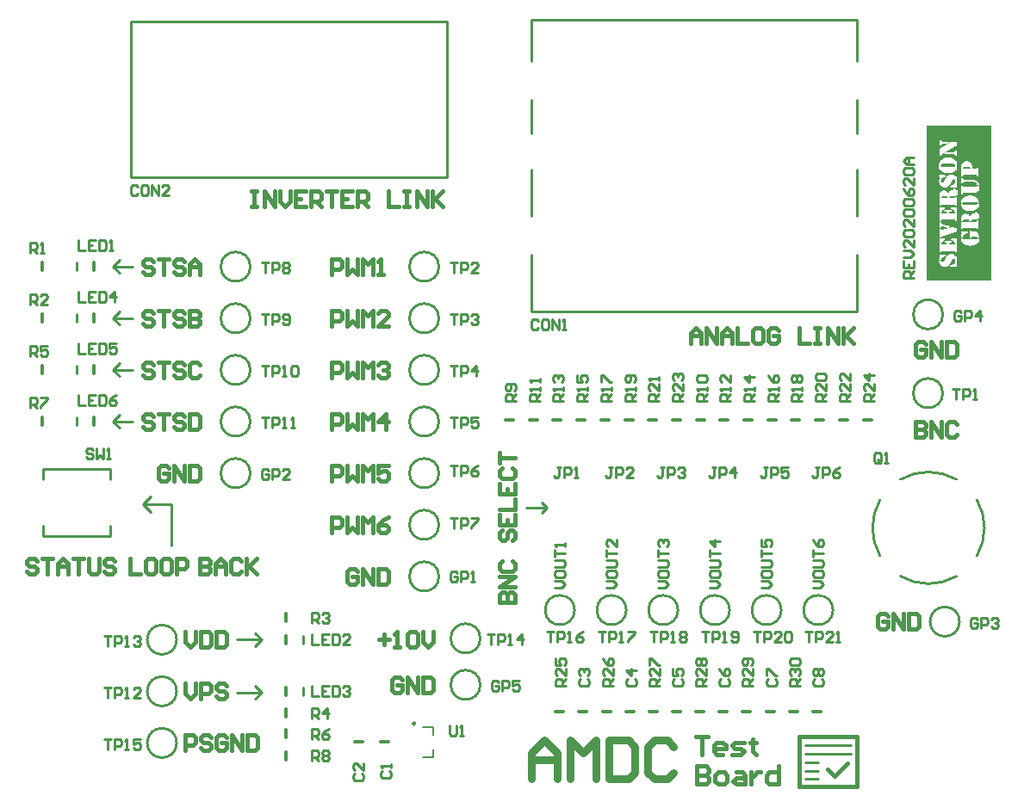
<source format=gto>
G04*
G04 #@! TF.GenerationSoftware,Altium Limited,Altium Designer,19.1.8 (144)*
G04*
G04 Layer_Color=65535*
%FSLAX25Y25*%
%MOIN*%
G70*
G01*
G75*
%ADD10C,0.01000*%
%ADD11C,0.00984*%
%ADD12C,0.01200*%
%ADD13C,0.01500*%
%ADD14C,0.00787*%
%ADD15C,0.03000*%
G36*
X483000Y359000D02*
Y299000D01*
X469814D01*
X458000D01*
Y359000D01*
X469814D01*
D01*
X483000D01*
D02*
G37*
%LPC*%
G36*
X463259Y353598D02*
X462867D01*
X463184D01*
X463142Y353582D01*
X463067Y353557D01*
X463026Y353523D01*
X463009Y353515D01*
Y353507D01*
X462959Y353449D01*
X462925Y353382D01*
X462900Y353315D01*
X462884Y353240D01*
X462876Y353174D01*
X462867Y353124D01*
Y351782D01*
X462884Y351716D01*
X462892Y351658D01*
X462909Y351608D01*
X462925Y351574D01*
X462942Y351549D01*
X462951Y351533D01*
X462959Y351524D01*
X462992Y351483D01*
X463034Y351458D01*
X463126Y351424D01*
X463159Y351416D01*
X463192Y351408D01*
X463217D01*
X463225D01*
X463309Y351416D01*
X463367Y351433D01*
X463409Y351449D01*
X463425Y351458D01*
X463475Y351508D01*
X463517Y351574D01*
X463550Y351624D01*
X463559Y351633D01*
Y351641D01*
X463617Y351733D01*
X463675Y351816D01*
X463725Y351874D01*
X463784Y351933D01*
X463825Y351966D01*
X463867Y351999D01*
X463892Y352008D01*
X463900Y352016D01*
X463975Y352049D01*
X464067Y352082D01*
X464167Y352099D01*
X464258Y352107D01*
X464342Y352116D01*
X464408Y352124D01*
X464450D01*
X464458D01*
X464467D01*
X465841D01*
X466774Y352849D01*
X464467D01*
X464350Y352857D01*
X464250Y352866D01*
X464150Y352882D01*
X464075Y352899D01*
X464008Y352915D01*
X463958Y352924D01*
X463925Y352940D01*
X463917D01*
X463850Y352982D01*
X463784Y353040D01*
X463725Y353107D01*
X463675Y353174D01*
X463634Y353232D01*
X463600Y353282D01*
X463584Y353315D01*
X463575Y353324D01*
X463534Y353415D01*
X463484Y353473D01*
X463450Y353515D01*
X463442Y353523D01*
X463375Y353565D01*
X463309Y353590D01*
X463259Y353598D01*
D02*
G37*
G36*
X469681D02*
Y352849D01*
X467432D01*
X462867Y350225D01*
Y347326D01*
Y347901D01*
X462876Y347801D01*
X462884Y347709D01*
X462892Y347651D01*
X462900Y347601D01*
X462909Y347576D01*
X462917Y347559D01*
Y347551D01*
X462951Y347484D01*
X462992Y347434D01*
X463034Y347401D01*
X463042Y347393D01*
X463051D01*
X463126Y347359D01*
X463192Y347343D01*
X463242Y347334D01*
X463250D01*
X463259D01*
X463334Y347343D01*
X463400Y347368D01*
X463442Y347384D01*
X463450Y347393D01*
X463459D01*
X463509Y347434D01*
X463542Y347484D01*
X463559Y347518D01*
X463567Y347526D01*
X463634Y347709D01*
X463667Y347784D01*
X463700Y347834D01*
X463725Y347867D01*
X463733Y347876D01*
X463759Y347901D01*
X463792Y347926D01*
X463875Y347976D01*
X463908Y348001D01*
X463942Y348017D01*
X463958Y348034D01*
X463967D01*
X469681Y351358D01*
Y349084D01*
X469664Y349167D01*
X469656Y349234D01*
X469639Y349284D01*
X469623Y349317D01*
X469615Y349350D01*
X469598Y349359D01*
Y349367D01*
X469556Y349417D01*
X469515Y349450D01*
X469473Y349475D01*
X469431Y349492D01*
X469398Y349500D01*
X469365Y349509D01*
X469348D01*
X469340D01*
X469265Y349500D01*
X469206Y349483D01*
X469156Y349450D01*
X469106Y349417D01*
X469073Y349383D01*
X469048Y349350D01*
X469040Y349334D01*
X469031Y349325D01*
X468957Y349175D01*
X468906Y349100D01*
X468856Y349034D01*
X468798Y348984D01*
X468748Y348934D01*
X468707Y348900D01*
X468673Y348875D01*
X468648Y348867D01*
X468640Y348859D01*
X468557Y348825D01*
X468473Y348800D01*
X468390Y348784D01*
X468307Y348775D01*
X468232Y348767D01*
X468173Y348759D01*
X468140D01*
X468123D01*
X465508D01*
X464575Y348034D01*
X468123D01*
X468232Y348026D01*
X468340Y348017D01*
X468432Y347992D01*
X468515Y347967D01*
X468665Y347901D01*
X468782Y347826D01*
X468865Y347751D01*
X468923Y347684D01*
X468965Y347634D01*
X468973Y347626D01*
Y347618D01*
X469006Y347559D01*
X469040Y347509D01*
X469065Y347468D01*
X469090Y347443D01*
X469123Y347401D01*
X469140Y347384D01*
X469198Y347351D01*
X469256Y347334D01*
X469306Y347326D01*
X469681D01*
Y353598D01*
D02*
G37*
G36*
X469806Y346801D02*
D01*
Y343836D01*
X469781Y344061D01*
X469748Y344277D01*
X469698Y344477D01*
X469639Y344669D01*
X469581Y344844D01*
X469506Y345002D01*
X469440Y345152D01*
X469365Y345293D01*
X469290Y345410D01*
X469223Y345518D01*
X469156Y345610D01*
X469098Y345685D01*
X469048Y345743D01*
X469015Y345785D01*
X468990Y345810D01*
X468981Y345818D01*
X468790Y345993D01*
X468582Y346143D01*
X468373Y346276D01*
X468148Y346385D01*
X467923Y346485D01*
X467699Y346560D01*
X467482Y346626D01*
X467266Y346676D01*
X467065Y346718D01*
X466882Y346751D01*
X466716Y346768D01*
X466566Y346784D01*
X466449Y346793D01*
X466358Y346801D01*
X462742D01*
Y340695D01*
Y343653D01*
Y343836D01*
X463434D01*
X463459Y343902D01*
X463484Y343961D01*
X463509Y344011D01*
X463525Y344044D01*
X463542Y344069D01*
X463550Y344086D01*
X463559Y344102D01*
X463592Y344144D01*
X463634Y344186D01*
X463667Y344202D01*
X463684Y344211D01*
X463733Y344236D01*
X463792Y344261D01*
X463908Y344286D01*
X463967Y344294D01*
X464000D01*
X464033D01*
X464042D01*
X468373D01*
X468507Y344286D01*
X468615Y344277D01*
X468715Y344261D01*
X468790Y344236D01*
X468848Y344211D01*
X468890Y344194D01*
X468915Y344186D01*
X468923Y344177D01*
X468965Y344136D01*
X468998Y344102D01*
X469023Y344077D01*
X469031Y344069D01*
X469048Y344044D01*
X469056Y344011D01*
X469081Y343936D01*
X469090Y343894D01*
X469098Y343869D01*
X469106Y343844D01*
Y343836D01*
X469806D01*
Y343653D01*
X469106D01*
X469081Y343561D01*
X469048Y343478D01*
X469023Y343419D01*
X468998Y343378D01*
X468973Y343344D01*
X468957Y343328D01*
X468940Y343311D01*
X468865Y343278D01*
X468782Y343253D01*
X468590Y343219D01*
X468507Y343211D01*
X468440Y343203D01*
X468390D01*
X468382D01*
X468373D01*
X464042D01*
X463950D01*
X463875Y343219D01*
X463808Y343228D01*
X463750Y343244D01*
X463709Y343261D01*
X463684Y343269D01*
X463667Y343286D01*
X463659D01*
X463617Y343328D01*
X463567Y343378D01*
X463500Y343502D01*
X463475Y343561D01*
X463450Y343611D01*
X463442Y343644D01*
X463434Y343653D01*
X462742D01*
X462759Y343419D01*
X462784Y343203D01*
X462826Y343011D01*
X462867Y342853D01*
X462884Y342786D01*
X462900Y342720D01*
X462917Y342670D01*
X462934Y342628D01*
X462951Y342595D01*
X462959Y342570D01*
X462967Y342553D01*
Y342545D01*
X463042Y342378D01*
X463134Y342228D01*
X463234Y342086D01*
X463325Y341962D01*
X463409Y341853D01*
X463475Y341778D01*
X463517Y341728D01*
X463525Y341720D01*
X463534Y341712D01*
X463725Y341537D01*
X463925Y341378D01*
X464125Y341245D01*
X464317Y341137D01*
X464400Y341095D01*
X464475Y341054D01*
X464550Y341020D01*
X464608Y340995D01*
X464658Y340970D01*
X464691Y340953D01*
X464716Y340945D01*
X464725D01*
X464991Y340862D01*
X465266Y340804D01*
X465524Y340754D01*
X465766Y340729D01*
X465874Y340720D01*
X465974Y340712D01*
X466066Y340704D01*
X466141D01*
X466199Y340695D01*
X466283D01*
X466599Y340704D01*
X466891Y340737D01*
X467174Y340787D01*
X467432Y340845D01*
X467674Y340920D01*
X467890Y341003D01*
X468098Y341087D01*
X468282Y341178D01*
X468440Y341270D01*
X468582Y341353D01*
X468707Y341437D01*
X468798Y341512D01*
X468882Y341570D01*
X468940Y341620D01*
X468973Y341653D01*
X468981Y341662D01*
X469115Y341811D01*
X469223Y341962D01*
X469331Y342128D01*
X469423Y342295D01*
X469498Y342461D01*
X469564Y342628D01*
X469623Y342786D01*
X469664Y342944D01*
X469706Y343086D01*
X469739Y343219D01*
X469765Y343344D01*
X469781Y343444D01*
X469790Y343536D01*
X469798Y343594D01*
X469806Y343636D01*
Y341662D01*
Y346801D01*
D02*
G37*
G36*
X478124Y345393D02*
X471311D01*
D01*
X473401D01*
X473151Y345377D01*
X472927Y345335D01*
X472727Y345285D01*
X472552Y345218D01*
X472477Y345185D01*
X472410Y345152D01*
X472352Y345127D01*
X472302Y345102D01*
X472268Y345077D01*
X472243Y345060D01*
X472227Y345052D01*
X472219Y345044D01*
X472052Y344910D01*
X471910Y344760D01*
X471785Y344610D01*
X471685Y344461D01*
X471610Y344327D01*
X471577Y344269D01*
X471552Y344227D01*
X471535Y344186D01*
X471519Y344152D01*
X471510Y344136D01*
Y344127D01*
X471477Y344027D01*
X471444Y343919D01*
X471419Y343794D01*
X471394Y343669D01*
X471360Y343403D01*
X471336Y343136D01*
X471327Y343011D01*
X471319Y342903D01*
Y342794D01*
X471311Y342703D01*
Y342320D01*
Y342520D01*
X472027D01*
X472044Y342619D01*
X472069Y342703D01*
X472085Y342770D01*
X472110Y342819D01*
X472127Y342861D01*
X472144Y342886D01*
X472152Y342894D01*
X472160Y342903D01*
X472227Y342969D01*
X472294Y343011D01*
X472335Y343028D01*
X472343Y343036D01*
X472352D01*
X472393Y343044D01*
X472435Y343053D01*
X472535Y343069D01*
X472577D01*
X472618D01*
X472643D01*
X472652D01*
X474201D01*
X474309Y343061D01*
X474401Y343053D01*
X474484Y343036D01*
X474559Y343019D01*
X474617Y342994D01*
X474659Y342978D01*
X474684Y342969D01*
X474692Y342961D01*
X474734Y342928D01*
X474767Y342894D01*
X474784Y342869D01*
X474792Y342853D01*
X474809Y342819D01*
X474826Y342778D01*
X474859Y342670D01*
X474876Y342611D01*
X474892Y342570D01*
X474901Y342536D01*
Y342528D01*
X475600D01*
Y342720D01*
X475592Y342886D01*
X475584Y343044D01*
X475575Y343186D01*
X475559Y343319D01*
X475542Y343428D01*
X475526Y343536D01*
X475509Y343619D01*
X475492Y343702D01*
X475476Y343769D01*
X475459Y343819D01*
X475442Y343861D01*
X475434Y343894D01*
X475425Y343919D01*
X475417Y343936D01*
X475367Y344077D01*
X475317Y344202D01*
X475259Y344319D01*
X475201Y344427D01*
X475142Y344527D01*
X475076Y344619D01*
X475017Y344702D01*
X474959Y344777D01*
X474901Y344835D01*
X474851Y344894D01*
X474809Y344944D01*
X474767Y344977D01*
X474734Y345010D01*
X474709Y345027D01*
X474692Y345044D01*
X474684D01*
X474484Y345160D01*
X474268Y345244D01*
X474051Y345310D01*
X473851Y345352D01*
X473760Y345368D01*
X473676Y345377D01*
X473593Y345385D01*
X473526D01*
X473476Y345393D01*
X478124D01*
D02*
G37*
G36*
X477800Y342919D02*
X477775D01*
X477766D01*
X477716D01*
X477666Y342903D01*
X477583Y342861D01*
X477525Y342803D01*
X477475Y342736D01*
X477441Y342670D01*
X477416Y342611D01*
X477400Y342570D01*
Y342553D01*
X477391Y342511D01*
X477375Y342478D01*
X477366Y342436D01*
X477358Y342420D01*
Y342411D01*
X477350Y342395D01*
X477333Y342370D01*
X477316Y342361D01*
X477308Y342353D01*
X477291Y342345D01*
X477258Y342336D01*
X477191Y342328D01*
X477158Y342320D01*
X477133D01*
X477116D01*
X477108D01*
X471311D01*
Y339854D01*
X471327Y339787D01*
X471336Y339729D01*
X471352Y339687D01*
X471369Y339646D01*
X471385Y339621D01*
X471394Y339604D01*
X471402Y339596D01*
X471444Y339554D01*
X471485Y339521D01*
X471527Y339504D01*
X471569Y339488D01*
X471610Y339479D01*
X471644Y339471D01*
X471669D01*
X471760Y339479D01*
X471835Y339512D01*
X471902Y339554D01*
X471944Y339604D01*
X471985Y339646D01*
X472010Y339687D01*
X472019Y339721D01*
X472027Y339729D01*
X472044Y339779D01*
X472060Y339821D01*
X472069Y339846D01*
X472077Y339862D01*
X472085Y339887D01*
Y339904D01*
X472093Y339912D01*
X472102Y339921D01*
X472110D01*
X472135Y339937D01*
X472160Y339946D01*
X472227Y339954D01*
X472277Y339962D01*
X472294D01*
X472302D01*
X477150D01*
X477233Y339954D01*
X477291Y339946D01*
X477325Y339929D01*
X477333Y339921D01*
X477358Y339896D01*
X477366Y339887D01*
X477375Y339879D01*
Y339862D01*
X477400Y339804D01*
X477416Y339754D01*
X477425Y339737D01*
Y339729D01*
X477466Y339646D01*
X477516Y339579D01*
X477575Y339537D01*
X477633Y339504D01*
X477683Y339488D01*
X477733Y339479D01*
X477766Y339471D01*
X477775D01*
X477833Y339479D01*
X477891Y339488D01*
X477975Y339537D01*
X477999Y339554D01*
X478024Y339579D01*
X478033Y339587D01*
X478041Y339596D01*
X478091Y339704D01*
X478116Y339812D01*
Y339854D01*
X478124Y339896D01*
Y342461D01*
X478116Y342536D01*
X478099Y342603D01*
X478091Y342653D01*
X478075Y342686D01*
X478066Y342720D01*
X478058Y342728D01*
Y342736D01*
X478016Y342794D01*
X477966Y342845D01*
X477916Y342878D01*
X477875Y342894D01*
X477833Y342911D01*
X477800Y342919D01*
D02*
G37*
G36*
X464908Y339987D02*
X464891D01*
X464883D01*
X463284D01*
X463200D01*
X463126Y339971D01*
X463067Y339962D01*
X463009Y339946D01*
X462976Y339929D01*
X462942Y339912D01*
X462925Y339904D01*
X462917Y339896D01*
X462876Y339862D01*
X462842Y339821D01*
X462817Y339771D01*
X462801Y339729D01*
X462792Y339687D01*
X462784Y339654D01*
Y339621D01*
X462792Y339562D01*
X462809Y339512D01*
X462867Y339421D01*
X462900Y339387D01*
X462925Y339371D01*
X462942Y339354D01*
X462951Y339346D01*
X463059Y339263D01*
X463084Y339238D01*
X463092Y339221D01*
X463100Y339204D01*
Y339196D01*
X463092Y339163D01*
X463084Y339121D01*
X463075Y339088D01*
Y339071D01*
X463017Y338929D01*
X462967Y338813D01*
X462934Y338704D01*
X462900Y338613D01*
X462876Y338546D01*
X462859Y338496D01*
X462851Y338463D01*
Y338455D01*
X462826Y338363D01*
X462809Y338263D01*
X462792Y338163D01*
X462784Y338063D01*
X462776Y337971D01*
X462767Y337896D01*
Y337830D01*
X463475D01*
X463534Y338030D01*
X463592Y338205D01*
X463650Y338355D01*
X463709Y338479D01*
X463759Y338580D01*
X463800Y338646D01*
X463825Y338688D01*
X463834Y338704D01*
X463958Y338771D01*
X464067Y338838D01*
X464167Y338888D01*
X464250Y338929D01*
X464325Y338963D01*
X464375Y338988D01*
X464408Y339004D01*
X464417Y339013D01*
X464592Y339096D01*
X464675Y339129D01*
X464742Y339154D01*
X464808Y339171D01*
X464850Y339188D01*
X464883Y339196D01*
X464891D01*
X464983Y339213D01*
X465041Y339238D01*
X465083Y339246D01*
X465100Y339254D01*
X465150Y339288D01*
X465183Y339321D01*
X465216Y339346D01*
X465225Y339354D01*
X465266Y339429D01*
X465291Y339512D01*
Y339537D01*
X465300Y339562D01*
Y339587D01*
X465291Y339654D01*
X465283Y339704D01*
X465241Y339796D01*
X465216Y339829D01*
X465200Y339854D01*
X465191Y339862D01*
X465183Y339871D01*
X465133Y339912D01*
X465083Y339937D01*
X464983Y339971D01*
X464941Y339979D01*
X464908Y339987D01*
D02*
G37*
G36*
X469806Y340220D02*
Y337563D01*
X469798Y337713D01*
X469790Y337855D01*
X469773Y337988D01*
X469756Y338096D01*
X469739Y338196D01*
X469731Y338271D01*
X469714Y338313D01*
Y338330D01*
X469681Y338463D01*
X469639Y338588D01*
X469598Y338704D01*
X469564Y338804D01*
X469531Y338879D01*
X469498Y338946D01*
X469481Y338979D01*
X469473Y338996D01*
X469348Y339196D01*
X469206Y339371D01*
X469065Y339529D01*
X468931Y339654D01*
X468807Y339754D01*
X468715Y339829D01*
X468673Y339854D01*
X468648Y339871D01*
X468632Y339887D01*
X468623D01*
X468415Y339996D01*
X468207Y340079D01*
X467999Y340137D01*
X467815Y340179D01*
X467732Y340195D01*
X467657Y340204D01*
X467590Y340212D01*
X467532D01*
X467490Y340220D01*
X462742D01*
Y337588D01*
Y337655D01*
Y340220D01*
X467424D01*
X467266Y340212D01*
X467107Y340187D01*
X466957Y340154D01*
X466816Y340112D01*
X466682Y340062D01*
X466557Y340004D01*
X466441Y339937D01*
X466332Y339879D01*
X466241Y339812D01*
X466149Y339746D01*
X466074Y339687D01*
X466016Y339637D01*
X465966Y339596D01*
X465933Y339562D01*
X465908Y339537D01*
X465899Y339529D01*
X465824Y339471D01*
X465758Y339412D01*
X465691Y339346D01*
X465641Y339288D01*
X465599Y339229D01*
X465566Y339188D01*
X465550Y339154D01*
X465541Y339146D01*
X465483Y339046D01*
X465416Y338938D01*
X465358Y338821D01*
X465300Y338704D01*
X465258Y338604D01*
X465216Y338521D01*
X465200Y338488D01*
X465191Y338463D01*
X465183Y338455D01*
Y338446D01*
X465125Y338321D01*
X465075Y338205D01*
X465033Y338105D01*
X464983Y338013D01*
X464950Y337930D01*
X464916Y337855D01*
X464883Y337788D01*
X464858Y337730D01*
X464808Y337638D01*
X464783Y337580D01*
X464767Y337547D01*
X464758Y337538D01*
X464700Y337447D01*
X464650Y337363D01*
X464592Y337297D01*
X464550Y337238D01*
X464508Y337197D01*
X464475Y337172D01*
X464458Y337155D01*
X464450Y337147D01*
X464392Y337113D01*
X464325Y337088D01*
X464200Y337055D01*
X464150Y337047D01*
X464108Y337038D01*
X464083D01*
X464075D01*
X464000Y337047D01*
X463925Y337063D01*
X463867Y337080D01*
X463817Y337105D01*
X463775Y337130D01*
X463742Y337155D01*
X463725Y337163D01*
X463717Y337172D01*
X463667Y337230D01*
X463617Y337305D01*
X463542Y337463D01*
X463509Y337538D01*
X463492Y337597D01*
X463475Y337638D01*
Y337655D01*
X462742D01*
X462751Y337472D01*
X462776Y337305D01*
X462801Y337147D01*
X462834Y336997D01*
X462867Y336855D01*
X462909Y336722D01*
X462942Y336605D01*
X462984Y336497D01*
X463026Y336405D01*
X463067Y336322D01*
X463100Y336247D01*
X463134Y336189D01*
X463159Y336139D01*
X463184Y336105D01*
X463192Y336089D01*
X463200Y336081D01*
X463317Y335931D01*
X463450Y335797D01*
X463584Y335681D01*
X463709Y335589D01*
X463817Y335514D01*
X463908Y335456D01*
X463942Y335439D01*
X463967Y335422D01*
X463983Y335414D01*
X463992D01*
X464175Y335339D01*
X464358Y335281D01*
X464542Y335239D01*
X464708Y335214D01*
X464850Y335197D01*
X464908Y335189D01*
X464958Y335181D01*
X462742D01*
X469240D01*
X469331Y335189D01*
X469406Y335197D01*
X469473Y335214D01*
X469531Y335239D01*
X469581Y335264D01*
X469623Y335297D01*
X469681Y335364D01*
X469723Y335431D01*
X469739Y335489D01*
X469748Y335531D01*
Y335547D01*
X469739Y335606D01*
X469723Y335656D01*
X469673Y335747D01*
X469648Y335781D01*
X469623Y335806D01*
X469606Y335822D01*
X469598Y335831D01*
X469539Y335889D01*
X469498Y335922D01*
X469481Y335939D01*
Y335947D01*
X469465Y335972D01*
X469456Y336005D01*
Y336072D01*
X469465Y336105D01*
X469473Y336130D01*
X469481Y336139D01*
X469490Y336172D01*
X469506Y336206D01*
X469548Y336305D01*
X469564Y336347D01*
X469573Y336389D01*
X469590Y336414D01*
Y336422D01*
X469664Y336597D01*
X469714Y336764D01*
X469756Y336930D01*
X469781Y337080D01*
X469798Y337213D01*
Y337272D01*
X469806Y337313D01*
Y335181D01*
D01*
D01*
Y340220D01*
D02*
G37*
G36*
X478249Y338813D02*
X471311D01*
D01*
X471660D01*
X471594Y338804D01*
X471535Y338771D01*
X471485Y338729D01*
X471444Y338688D01*
X471411Y338638D01*
X471377Y338596D01*
X471369Y338563D01*
X471360Y338555D01*
X471344Y338546D01*
X471336Y338529D01*
X471327Y338505D01*
Y338496D01*
X471319Y338471D01*
Y338430D01*
X471311Y338363D01*
Y337005D01*
X471319Y336930D01*
X471336Y336863D01*
X471344Y336813D01*
X471360Y336772D01*
X471377Y336747D01*
X471385Y336730D01*
Y336722D01*
X471419Y336680D01*
X471460Y336647D01*
X471502Y336630D01*
X471544Y336614D01*
X471585Y336605D01*
X471610Y336597D01*
X471635D01*
X471644D01*
X471744Y336605D01*
X471810Y336630D01*
X471852Y336647D01*
X471869Y336655D01*
X471894Y336689D01*
X471927Y336722D01*
X471977Y336797D01*
X472002Y336830D01*
X472019Y336863D01*
X472027Y336880D01*
X472035Y336889D01*
X472085Y336972D01*
X472135Y337038D01*
X472202Y337105D01*
X472260Y337155D01*
X472402Y337238D01*
X472535Y337288D01*
X472668Y337322D01*
X472718Y337330D01*
X472768Y337338D01*
X472810Y337347D01*
X472843D01*
X472860D01*
X472868D01*
X476025D01*
X476150D01*
X476275Y337330D01*
X476500Y337288D01*
X476708Y337230D01*
X476883Y337163D01*
X476958Y337122D01*
X477025Y337088D01*
X477083Y337055D01*
X477133Y337030D01*
X477175Y337005D01*
X477200Y336988D01*
X477216Y336980D01*
X477225Y336972D01*
X477275Y336863D01*
X477316Y336739D01*
X477358Y336605D01*
X477383Y336472D01*
X477408Y336355D01*
X477425Y336264D01*
X477433Y336222D01*
X477441Y336197D01*
Y336172D01*
X478249D01*
Y335922D01*
X477450D01*
X477416Y335831D01*
X477391Y335756D01*
X477375Y335697D01*
X477358Y335656D01*
X477341Y335622D01*
X477333Y335606D01*
X477325Y335589D01*
X477283Y335547D01*
X477242Y335506D01*
X477200Y335481D01*
X477183Y335472D01*
X477100Y335439D01*
X477017Y335414D01*
X476975Y335406D01*
X476950Y335397D01*
X476933D01*
X476925D01*
X476858Y335389D01*
X476775D01*
X476683D01*
X476583Y335381D01*
X476500D01*
X476425D01*
X476375D01*
X476367D01*
X476359D01*
X472302D01*
X472252D01*
X472210Y335389D01*
X472152Y335397D01*
X472119Y335406D01*
X472110Y335414D01*
X472093Y335422D01*
X472085Y335431D01*
Y335439D01*
X472077Y335447D01*
X472069Y335472D01*
X472052Y335522D01*
X472035Y335572D01*
X472027Y335589D01*
Y335597D01*
X471985Y335689D01*
X471935Y335756D01*
X471877Y335806D01*
X471810Y335839D01*
X471760Y335856D01*
X471710Y335872D01*
X471677D01*
X471669D01*
X471585Y335864D01*
X471527Y335839D01*
X471485Y335806D01*
X471469Y335797D01*
X471411Y335731D01*
X471369Y335672D01*
X471344Y335622D01*
X471336Y335606D01*
Y335597D01*
X471311Y335397D01*
Y332915D01*
X471327Y332849D01*
X471336Y332790D01*
X471352Y332749D01*
X471369Y332707D01*
X471385Y332682D01*
X471394Y332665D01*
X471402Y332657D01*
X471444Y332615D01*
X471485Y332582D01*
X471527Y332565D01*
X471569Y332549D01*
X471610Y332540D01*
X471644Y332532D01*
X471669D01*
X471760Y332540D01*
X471835Y332574D01*
X471902Y332615D01*
X471944Y332665D01*
X471985Y332707D01*
X472010Y332749D01*
X472019Y332782D01*
X472027Y332790D01*
X472044Y332840D01*
X472060Y332882D01*
X472069Y332907D01*
X472077Y332923D01*
X472085Y332948D01*
Y332965D01*
X472093Y332973D01*
X472102Y332982D01*
X472110D01*
X472135Y332998D01*
X472160Y333007D01*
X472227Y333015D01*
X472277Y333023D01*
X472294D01*
X472302D01*
X476100D01*
X476334Y333032D01*
X476542Y333048D01*
X476717Y333073D01*
X476858Y333107D01*
X476975Y333140D01*
X477058Y333165D01*
X477108Y333182D01*
X477116Y333190D01*
X477125D01*
X477250Y333265D01*
X477366Y333348D01*
X477475Y333440D01*
X477566Y333531D01*
X477641Y333607D01*
X477691Y333682D01*
X477733Y333723D01*
X477741Y333740D01*
X477833Y333890D01*
X477916Y334048D01*
X477983Y334198D01*
X478033Y334339D01*
X478083Y334456D01*
X478108Y334556D01*
X478116Y334589D01*
X478124Y334614D01*
X478133Y334631D01*
Y334639D01*
X478174Y334806D01*
X478199Y334989D01*
X478224Y335164D01*
X478233Y335331D01*
X478241Y335481D01*
X478249Y335547D01*
Y332682D01*
Y338813D01*
D02*
G37*
G36*
X469814Y334739D02*
D01*
Y333273D01*
X469806Y333382D01*
X469790Y333482D01*
X469773Y333565D01*
X469765Y333631D01*
X469748Y333690D01*
X469739Y333723D01*
Y333731D01*
X469706Y333823D01*
X469673Y333906D01*
X469631Y333990D01*
X469590Y334056D01*
X469556Y334115D01*
X469523Y334165D01*
X469506Y334190D01*
X469498Y334198D01*
X469431Y334281D01*
X469356Y334356D01*
X469281Y334415D01*
X469223Y334473D01*
X469165Y334523D01*
X469123Y334556D01*
X469090Y334573D01*
X469081Y334581D01*
X468990Y334631D01*
X468915Y334673D01*
X468840Y334698D01*
X468782Y334723D01*
X468731Y334731D01*
X468698Y334739D01*
X469814D01*
X462867D01*
X468665D01*
X468615Y334731D01*
X468573Y334723D01*
X468498Y334681D01*
X468465Y334656D01*
X468440Y334639D01*
X468432Y334631D01*
X468423Y334623D01*
X468382Y334581D01*
X468348Y334539D01*
X468332Y334498D01*
X468315Y334456D01*
X468307Y334431D01*
X468298Y334406D01*
Y334381D01*
X468307Y334314D01*
X468323Y334265D01*
X468382Y334165D01*
X468415Y334131D01*
X468448Y334106D01*
X468465Y334090D01*
X468473Y334081D01*
X468523Y334040D01*
X468557Y334023D01*
X468573Y334006D01*
Y333998D01*
X468565Y334006D01*
X468548D01*
X468532D01*
X468523D01*
X467515D01*
X467424Y333998D01*
X467332Y333990D01*
X467257Y333965D01*
X467182Y333948D01*
X467124Y333923D01*
X467082Y333898D01*
X467049Y333890D01*
X467040Y333881D01*
X466957Y333831D01*
X466882Y333781D01*
X466807Y333723D01*
X466749Y333665D01*
X466707Y333615D01*
X466674Y333573D01*
X466649Y333540D01*
X466641Y333531D01*
X466541Y333373D01*
X466499Y333298D01*
X466466Y333232D01*
X466441Y333165D01*
X466424Y333115D01*
X466407Y333082D01*
Y333073D01*
X466374Y332973D01*
X466358Y332874D01*
X466341Y332765D01*
X466324Y332674D01*
Y332590D01*
X466316Y332515D01*
Y332457D01*
X466307Y332607D01*
X466283Y332740D01*
X466266Y332857D01*
X466241Y332957D01*
X466216Y333032D01*
X466191Y333090D01*
X466183Y333123D01*
X466174Y333132D01*
X466124Y333223D01*
X466074Y333307D01*
X466016Y333382D01*
X465966Y333448D01*
X465924Y333498D01*
X465891Y333540D01*
X465866Y333565D01*
X465858Y333573D01*
X465766Y333657D01*
X465666Y333731D01*
X465575Y333790D01*
X465475Y333840D01*
X465275Y333923D01*
X465083Y333981D01*
X465000Y333998D01*
X464916Y334015D01*
X464850Y334023D01*
X464783Y334031D01*
X464733Y334040D01*
X464700D01*
X464675D01*
X464667D01*
X464508Y334031D01*
X464350Y334015D01*
X464208Y333973D01*
X464083Y333931D01*
X463958Y333881D01*
X463842Y333823D01*
X463742Y333765D01*
X463650Y333698D01*
X463567Y333631D01*
X463500Y333573D01*
X463442Y333515D01*
X463392Y333465D01*
X463350Y333423D01*
X463325Y333390D01*
X463309Y333365D01*
X463300Y333357D01*
X463184Y333173D01*
X463100Y332998D01*
X463034Y332815D01*
X462976Y332657D01*
X462942Y332507D01*
X462934Y332449D01*
X462925Y332399D01*
X462917Y332357D01*
X462909Y332324D01*
Y332299D01*
X462892Y332149D01*
X462884Y331991D01*
X462876Y331832D01*
Y331691D01*
X462867Y331566D01*
Y331149D01*
X463584D01*
X463625Y331266D01*
X463659Y331366D01*
X463700Y331449D01*
X463733Y331507D01*
X463767Y331549D01*
X463784Y331582D01*
X463800Y331591D01*
X463808Y331599D01*
X463859Y331632D01*
X463925Y331657D01*
X464050Y331691D01*
X464108D01*
X464158Y331699D01*
X464192D01*
X464200D01*
X465491D01*
X465558D01*
X465624Y331691D01*
X465674D01*
X465708Y331682D01*
X465741Y331674D01*
X465766D01*
X465774Y331666D01*
X465783D01*
X465841Y331641D01*
X465883Y331624D01*
X465908Y331616D01*
X465916Y331607D01*
X465949Y331549D01*
X465983Y331474D01*
X466024Y331332D01*
X466041Y331266D01*
X466058Y331207D01*
X466066Y331174D01*
Y331157D01*
X466757D01*
X466774Y331266D01*
X466799Y331349D01*
X466824Y331424D01*
X466857Y331474D01*
X466882Y331516D01*
X466907Y331549D01*
X466916Y331557D01*
X466924Y331566D01*
X467024Y331624D01*
X467115Y331666D01*
X467157Y331674D01*
X467191Y331682D01*
X467207Y331691D01*
X467215D01*
X467240D01*
X467282Y331699D01*
X467332D01*
X467382D01*
X467432D01*
X467474D01*
X467507D01*
X467515D01*
X468332D01*
X468457Y331707D01*
X468582Y331716D01*
X468798Y331757D01*
X468981Y331824D01*
X469140Y331891D01*
X469206Y331924D01*
X469265Y331957D01*
X469315Y331991D01*
X469348Y332024D01*
X469381Y332049D01*
X469406Y332065D01*
X469415Y332082D01*
X469423D01*
X469490Y332157D01*
X469548Y332240D01*
X469648Y332407D01*
X469714Y332590D01*
X469765Y332757D01*
X469790Y332915D01*
X469806Y332982D01*
Y333040D01*
X469814Y333082D01*
Y328125D01*
D01*
Y334739D01*
D02*
G37*
G36*
X478249Y332090D02*
X471186D01*
D01*
X474726D01*
X474409Y332082D01*
X474101Y332049D01*
X473826Y331999D01*
X473560Y331932D01*
X473310Y331857D01*
X473085Y331766D01*
X472885Y331674D01*
X472693Y331582D01*
X472527Y331482D01*
X472385Y331391D01*
X472260Y331307D01*
X472160Y331224D01*
X472077Y331157D01*
X472027Y331107D01*
X471985Y331074D01*
X471977Y331066D01*
X471844Y330916D01*
X471727Y330766D01*
X471635Y330624D01*
X471552Y330499D01*
X471494Y330391D01*
X471444Y330299D01*
X471427Y330266D01*
X471419Y330241D01*
X471411Y330233D01*
Y330224D01*
X471344Y330050D01*
X471294Y329866D01*
X471252Y329683D01*
X471219Y329508D01*
X471202Y329358D01*
X471194Y329292D01*
Y329233D01*
X471186Y329192D01*
Y329125D01*
X471877D01*
X471902Y329192D01*
X471927Y329250D01*
X471952Y329300D01*
X471969Y329333D01*
X471985Y329358D01*
X471994Y329375D01*
X472002Y329392D01*
X472035Y329433D01*
X472077Y329475D01*
X472110Y329491D01*
X472127Y329500D01*
X472177Y329525D01*
X472235Y329550D01*
X472352Y329575D01*
X472410Y329583D01*
X472443D01*
X472477D01*
X472485D01*
X476817D01*
X476950Y329575D01*
X477058Y329566D01*
X477158Y329550D01*
X477233Y329525D01*
X477291Y329500D01*
X477333Y329483D01*
X477358Y329475D01*
X477366Y329467D01*
X477408Y329425D01*
X477441Y329392D01*
X477466Y329366D01*
X477475Y329358D01*
X477491Y329333D01*
X477500Y329300D01*
X477525Y329225D01*
X477533Y329183D01*
X477541Y329158D01*
X477550Y329133D01*
Y329125D01*
X478249D01*
Y328942D01*
X477550D01*
X477525Y328850D01*
X477491Y328767D01*
X477466Y328708D01*
X477441Y328667D01*
X477416Y328633D01*
X477400Y328617D01*
X477383Y328600D01*
X477308Y328567D01*
X477225Y328542D01*
X477033Y328508D01*
X476950Y328500D01*
X476883Y328492D01*
X476833D01*
X476825D01*
X476817D01*
X472485D01*
X472393D01*
X472318Y328508D01*
X472252Y328517D01*
X472193Y328534D01*
X472152Y328550D01*
X472127Y328558D01*
X472110Y328575D01*
X472102D01*
X472060Y328617D01*
X472010Y328667D01*
X471944Y328792D01*
X471919Y328850D01*
X471894Y328900D01*
X471885Y328933D01*
X471877Y328942D01*
X471186D01*
X471202Y328708D01*
X471227Y328492D01*
X471269Y328300D01*
X471311Y328142D01*
X471327Y328075D01*
X471344Y328009D01*
X471360Y327959D01*
X471377Y327917D01*
X471394Y327884D01*
X471402Y327859D01*
X471411Y327842D01*
Y327834D01*
X471485Y327667D01*
X471577Y327517D01*
X471677Y327376D01*
X471769Y327251D01*
X471852Y327142D01*
X471919Y327067D01*
X471960Y327017D01*
X471969Y327009D01*
X471977Y327001D01*
X472168Y326826D01*
X472368Y326668D01*
X472568Y326534D01*
X472760Y326426D01*
X472843Y326384D01*
X472918Y326343D01*
X472993Y326309D01*
X473052Y326284D01*
X473102Y326259D01*
X473135Y326243D01*
X473160Y326234D01*
X473168D01*
X473435Y326151D01*
X473710Y326093D01*
X473968Y326043D01*
X474209Y326018D01*
X474318Y326009D01*
X474418Y326001D01*
X474509Y325993D01*
X474584D01*
X474643Y325985D01*
X474726D01*
X475042Y325993D01*
X475334Y326026D01*
X475617Y326076D01*
X475875Y326134D01*
X476117Y326209D01*
X476334Y326293D01*
X476542Y326376D01*
X476725Y326468D01*
X476883Y326559D01*
X477025Y326643D01*
X477150Y326726D01*
X477242Y326801D01*
X477325Y326859D01*
X477383Y326909D01*
X477416Y326942D01*
X477425Y326951D01*
X477558Y327101D01*
X477666Y327251D01*
X477775Y327417D01*
X477866Y327584D01*
X477941Y327750D01*
X478008Y327917D01*
X478066Y328075D01*
X478108Y328234D01*
X478149Y328375D01*
X478183Y328508D01*
X478208Y328633D01*
X478224Y328733D01*
X478233Y328825D01*
X478241Y328883D01*
X478249Y328925D01*
Y326968D01*
Y332090D01*
D02*
G37*
G36*
X469356Y331574D02*
X469331D01*
X469323D01*
X469273D01*
X469223Y331557D01*
X469140Y331516D01*
X469081Y331457D01*
X469031Y331391D01*
X468998Y331324D01*
X468973Y331266D01*
X468957Y331224D01*
Y331207D01*
X468948Y331166D01*
X468931Y331133D01*
X468923Y331091D01*
X468915Y331074D01*
Y331066D01*
X468906Y331049D01*
X468890Y331024D01*
X468873Y331016D01*
X468865Y331008D01*
X468848Y330999D01*
X468815Y330991D01*
X468748Y330982D01*
X468715Y330974D01*
X468690D01*
X468673D01*
X468665D01*
X462867D01*
Y328508D01*
X462884Y328442D01*
X462892Y328384D01*
X462909Y328342D01*
X462925Y328300D01*
X462942Y328275D01*
X462951Y328259D01*
X462959Y328250D01*
X463000Y328209D01*
X463042Y328175D01*
X463084Y328159D01*
X463126Y328142D01*
X463167Y328134D01*
X463200Y328125D01*
X462867D01*
X463719D01*
X463225D01*
X463317Y328134D01*
X463392Y328167D01*
X463459Y328209D01*
X463500Y328259D01*
X463542Y328300D01*
X463567Y328342D01*
X463575Y328375D01*
X463584Y328384D01*
X463600Y328434D01*
X463617Y328475D01*
X463625Y328500D01*
X463634Y328517D01*
X463642Y328542D01*
Y328558D01*
X463650Y328567D01*
X463659Y328575D01*
X463667D01*
X463692Y328592D01*
X463717Y328600D01*
X463784Y328608D01*
X463834Y328617D01*
X463850D01*
X463859D01*
X468707D01*
X468790Y328608D01*
X468848Y328600D01*
X468882Y328584D01*
X468890Y328575D01*
X468915Y328550D01*
X468923Y328542D01*
X468931Y328534D01*
Y328517D01*
X468957Y328459D01*
X468973Y328409D01*
X468981Y328392D01*
Y328384D01*
X469023Y328300D01*
X469073Y328234D01*
X469131Y328192D01*
X469190Y328159D01*
X469240Y328142D01*
X469290Y328134D01*
X469323Y328125D01*
X469331D01*
X469390Y328134D01*
X469448Y328142D01*
X469531Y328192D01*
X469556Y328209D01*
X469581Y328234D01*
X469590Y328242D01*
X469598Y328250D01*
X469648Y328359D01*
X469673Y328467D01*
Y328508D01*
X469681Y328550D01*
Y331116D01*
X469673Y331191D01*
X469656Y331257D01*
X469648Y331307D01*
X469631Y331341D01*
X469623Y331374D01*
X469615Y331382D01*
Y331391D01*
X469573Y331449D01*
X469523Y331499D01*
X469473Y331532D01*
X469431Y331549D01*
X469390Y331566D01*
X469356Y331574D01*
D02*
G37*
G36*
X471186Y329125D02*
D01*
Y328942D01*
Y325985D01*
Y329125D01*
D02*
G37*
G36*
X464725Y327409D02*
X464700D01*
X464691D01*
X462867D01*
Y325252D01*
X463634D01*
X463667Y325468D01*
X463709Y325660D01*
X463767Y325826D01*
X463825Y325959D01*
X463883Y326060D01*
X463934Y326143D01*
X463958Y326185D01*
X463975Y326201D01*
X464092Y326318D01*
X464217Y326418D01*
X464350Y326509D01*
X464483Y326584D01*
X464600Y326634D01*
X464691Y326676D01*
X464733Y326693D01*
X464758Y326701D01*
X464775Y326709D01*
X464783D01*
X464841Y326734D01*
X464883Y326751D01*
X464958Y326793D01*
X464991Y326826D01*
X465008Y326834D01*
X465041Y326901D01*
X465058Y326968D01*
X465066Y327001D01*
Y327051D01*
X465058Y327117D01*
X465050Y327167D01*
X465033Y327217D01*
X465016Y327251D01*
X465000Y327284D01*
X464991Y327301D01*
X464975Y327317D01*
X464933Y327351D01*
X464891Y327367D01*
X464791Y327401D01*
X464758D01*
X464725Y327409D01*
D02*
G37*
G36*
X467232Y326576D02*
X467191D01*
X467157D01*
X467149D01*
X465300D01*
X465216D01*
X465141Y326568D01*
X465091Y326559D01*
X465041Y326551D01*
X465008Y326543D01*
X464983Y326534D01*
X464966Y326526D01*
X464908Y326493D01*
X464858Y326443D01*
X464825Y326393D01*
X464808Y326343D01*
X464791Y326293D01*
X464783Y326251D01*
Y326160D01*
X464800Y326110D01*
X464833Y326034D01*
X464866Y325985D01*
X464875Y325976D01*
X464883Y325968D01*
X464925Y325943D01*
X464966Y325910D01*
X465066Y325876D01*
X465108Y325860D01*
X465141Y325851D01*
X465166Y325843D01*
X465175D01*
X465266Y325818D01*
X465350Y325793D01*
X465424Y325760D01*
X465475Y325726D01*
X465524Y325701D01*
X465558Y325676D01*
X465575Y325668D01*
X465583Y325660D01*
X465633Y325610D01*
X465691Y325543D01*
X465783Y325401D01*
X465816Y325335D01*
X465849Y325276D01*
X465866Y325243D01*
X465874Y325226D01*
X466582D01*
X466607Y325326D01*
X466649Y325410D01*
X466682Y325485D01*
X466716Y325543D01*
X466757Y325585D01*
X466782Y325618D01*
X466799Y325635D01*
X466807Y325643D01*
X466874Y325693D01*
X466949Y325735D01*
X467099Y325801D01*
X467166Y325818D01*
X467224Y325835D01*
X467257Y325851D01*
X467274D01*
X467340Y325868D01*
X467390Y325885D01*
X467440Y325910D01*
X467482Y325926D01*
X467507Y325951D01*
X467532Y325959D01*
X467540Y325976D01*
X467549D01*
X467582Y326009D01*
X467599Y326051D01*
X467632Y326134D01*
Y326168D01*
X467640Y326201D01*
Y326226D01*
X467632Y326293D01*
X467624Y326351D01*
X467607Y326401D01*
X467582Y326443D01*
X467557Y326468D01*
X467540Y326484D01*
X467532Y326501D01*
X467524D01*
X467474Y326526D01*
X467415Y326543D01*
X467290Y326568D01*
X467232Y326576D01*
D02*
G37*
G36*
X469681Y327476D02*
X467790D01*
X467724Y327459D01*
X467665Y327451D01*
X467615Y327434D01*
X467582Y327417D01*
X467557Y327409D01*
X467540Y327392D01*
X467532D01*
X467490Y327359D01*
X467465Y327317D01*
X467432Y327226D01*
X467424Y327184D01*
X467415Y327151D01*
Y327117D01*
X467432Y327026D01*
X467457Y326951D01*
X467482Y326909D01*
X467499Y326892D01*
X467532Y326868D01*
X467574Y326842D01*
X467657Y326793D01*
X467699Y326776D01*
X467724Y326759D01*
X467749Y326751D01*
X467757D01*
X467865Y326709D01*
X467957Y326668D01*
X468040Y326634D01*
X468107Y326601D01*
X468165Y326568D01*
X468207Y326543D01*
X468232Y326534D01*
X468240Y326526D01*
X468307Y326484D01*
X468365Y326434D01*
X468482Y326334D01*
X468523Y326284D01*
X468557Y326251D01*
X468582Y326226D01*
X468590Y326218D01*
X468698Y326076D01*
X468740Y326009D01*
X468773Y325951D01*
X468807Y325901D01*
X468823Y325860D01*
X468831Y325835D01*
X468840Y325826D01*
X468865Y325743D01*
X468890Y325660D01*
X468915Y325560D01*
X468940Y325468D01*
X468957Y325385D01*
X468973Y325318D01*
X468981Y325268D01*
Y325252D01*
X469681D01*
Y325168D01*
Y327476D01*
D02*
G37*
G36*
X478258Y325710D02*
X471311D01*
D01*
X477108D01*
X477058Y325701D01*
X477017Y325693D01*
X476942Y325651D01*
X476908Y325626D01*
X476883Y325610D01*
X476875Y325601D01*
X476867Y325593D01*
X476825Y325551D01*
X476792Y325510D01*
X476775Y325468D01*
X476758Y325426D01*
X476750Y325401D01*
X476742Y325377D01*
Y325352D01*
X476750Y325285D01*
X476767Y325235D01*
X476825Y325135D01*
X476858Y325102D01*
X476892Y325077D01*
X476908Y325060D01*
X476917Y325052D01*
X476967Y325010D01*
X477000Y324993D01*
X477017Y324977D01*
Y324968D01*
X477008Y324977D01*
X476992D01*
X476975D01*
X476967D01*
X475959D01*
X475867Y324968D01*
X475775Y324960D01*
X475700Y324935D01*
X475626Y324918D01*
X475567Y324893D01*
X475526Y324868D01*
X475492Y324860D01*
X475484Y324852D01*
X475400Y324802D01*
X475326Y324752D01*
X475251Y324693D01*
X475192Y324635D01*
X475151Y324585D01*
X475117Y324543D01*
X475092Y324510D01*
X475084Y324502D01*
X474984Y324343D01*
X474942Y324269D01*
X474909Y324202D01*
X474884Y324135D01*
X474867Y324085D01*
X474851Y324052D01*
Y324044D01*
X474817Y323944D01*
X474801Y323844D01*
X474784Y323735D01*
X474767Y323644D01*
Y323561D01*
X474759Y323485D01*
Y323427D01*
X474751Y323577D01*
X474726Y323710D01*
X474709Y323827D01*
X474684Y323927D01*
X474659Y324002D01*
X474634Y324060D01*
X474626Y324094D01*
X474617Y324102D01*
X474568Y324194D01*
X474518Y324277D01*
X474459Y324352D01*
X474409Y324418D01*
X474368Y324468D01*
X474334Y324510D01*
X474309Y324535D01*
X474301Y324543D01*
X474209Y324627D01*
X474109Y324702D01*
X474018Y324760D01*
X473918Y324810D01*
X473718Y324893D01*
X473526Y324952D01*
X473443Y324968D01*
X473360Y324985D01*
X473293Y324993D01*
X473226Y325002D01*
X473176Y325010D01*
X473143D01*
X473118D01*
X473110D01*
X472952Y325002D01*
X472793Y324985D01*
X472652Y324943D01*
X472527Y324902D01*
X472402Y324852D01*
X472285Y324793D01*
X472185Y324735D01*
X472093Y324668D01*
X472010Y324602D01*
X471944Y324543D01*
X471885Y324485D01*
X471835Y324435D01*
X471794Y324394D01*
X471769Y324360D01*
X471752Y324335D01*
X471744Y324327D01*
X471627Y324144D01*
X471544Y323969D01*
X471477Y323785D01*
X471419Y323627D01*
X471385Y323477D01*
X471377Y323419D01*
X471369Y323369D01*
X471360Y323327D01*
X471352Y323294D01*
Y323269D01*
X471336Y323119D01*
X471327Y322961D01*
X471319Y322802D01*
Y322661D01*
X471311Y322536D01*
Y322119D01*
X472027D01*
X472069Y322236D01*
X472102Y322336D01*
X472144Y322419D01*
X472177Y322478D01*
X472210Y322519D01*
X472227Y322553D01*
X472243Y322561D01*
X472252Y322569D01*
X472302Y322603D01*
X472368Y322628D01*
X472493Y322661D01*
X472552D01*
X472602Y322669D01*
X472635D01*
X472643D01*
X473935D01*
X474001D01*
X474068Y322661D01*
X474118D01*
X474151Y322653D01*
X474184Y322644D01*
X474209D01*
X474218Y322636D01*
X474226D01*
X474284Y322611D01*
X474326Y322594D01*
X474351Y322586D01*
X474359Y322578D01*
X474393Y322519D01*
X474426Y322444D01*
X474468Y322303D01*
X474484Y322236D01*
X474501Y322178D01*
X474509Y322144D01*
Y322128D01*
X475201D01*
X475217Y322236D01*
X475242Y322319D01*
X475267Y322394D01*
X475301Y322444D01*
X475326Y322486D01*
X475351Y322519D01*
X475359Y322528D01*
X475367Y322536D01*
X475467Y322594D01*
X475559Y322636D01*
X475600Y322644D01*
X475634Y322653D01*
X475650Y322661D01*
X475659D01*
X475684D01*
X475725Y322669D01*
X475775D01*
X475825D01*
X475875D01*
X475917D01*
X475950D01*
X475959D01*
X476775D01*
X476900Y322677D01*
X477025Y322686D01*
X477242Y322727D01*
X477425Y322794D01*
X477583Y322861D01*
X477650Y322894D01*
X477708Y322927D01*
X477758Y322961D01*
X477791Y322994D01*
X477825Y323019D01*
X477850Y323036D01*
X477858Y323052D01*
X477866D01*
X477933Y323127D01*
X477991Y323211D01*
X478091Y323377D01*
X478158Y323561D01*
X478208Y323727D01*
X478233Y323885D01*
X478249Y323952D01*
Y324010D01*
X478258Y324052D01*
Y319096D01*
D01*
Y325710D01*
D02*
G37*
G36*
X469681Y325027D02*
X462867D01*
Y322561D01*
X462884Y322494D01*
X462892Y322436D01*
X462909Y322394D01*
X462925Y322353D01*
X462942Y322328D01*
X462951Y322311D01*
X462959Y322303D01*
X463000Y322261D01*
X463042Y322228D01*
X463084Y322211D01*
X463126Y322194D01*
X463167Y322186D01*
X463200Y322178D01*
X462867D01*
X466274D01*
X463225D01*
X463317Y322186D01*
X463392Y322219D01*
X463459Y322261D01*
X463500Y322311D01*
X463542Y322353D01*
X463567Y322394D01*
X463575Y322428D01*
X463584Y322436D01*
X463600Y322486D01*
X463617Y322528D01*
X463625Y322553D01*
X463634Y322569D01*
X463642Y322594D01*
Y322611D01*
X463650Y322619D01*
X463659Y322628D01*
X463667D01*
X463692Y322644D01*
X463717Y322653D01*
X463784Y322661D01*
X463834Y322669D01*
X463850D01*
X463859D01*
X468707D01*
X468790Y322661D01*
X468848Y322653D01*
X468882Y322636D01*
X468890Y322628D01*
X468915Y322603D01*
X468923Y322594D01*
X468931Y322586D01*
Y322569D01*
X468957Y322511D01*
X468973Y322461D01*
X468981Y322444D01*
Y322436D01*
X469023Y322353D01*
X469073Y322286D01*
X469131Y322244D01*
X469190Y322211D01*
X469240Y322194D01*
X469290Y322186D01*
X469323Y322178D01*
X469331D01*
X469390Y322186D01*
X469448Y322194D01*
X469531Y322244D01*
X469556Y322261D01*
X469581Y322286D01*
X469590Y322294D01*
X469598Y322303D01*
X469648Y322411D01*
X469673Y322519D01*
Y322561D01*
X469681Y322603D01*
Y325027D01*
D02*
G37*
G36*
X463242Y321795D02*
X463225D01*
X463159Y321786D01*
X463100Y321770D01*
X463051Y321736D01*
X463009Y321711D01*
X462976Y321678D01*
X462951Y321645D01*
X462942Y321628D01*
X462934Y321620D01*
X462909Y321578D01*
X462892Y321528D01*
X462876Y321411D01*
X462867Y321353D01*
Y320004D01*
X462884Y319937D01*
X462900Y319870D01*
X462917Y319820D01*
X462934Y319779D01*
X462951Y319745D01*
X462959Y319729D01*
X462967Y319720D01*
X463009Y319679D01*
X463051Y319645D01*
X463092Y319620D01*
X463142Y319604D01*
X463175Y319595D01*
X463209Y319587D01*
X463234D01*
X463242D01*
X463334Y319595D01*
X463400Y319620D01*
X463467Y319662D01*
X463509Y319704D01*
X463542Y319745D01*
X463567Y319787D01*
X463575Y319812D01*
X463584Y319820D01*
X463634Y319970D01*
X463684Y320070D01*
X463742Y320137D01*
X463792Y320179D01*
X463808Y320187D01*
X463817D01*
X463892Y320212D01*
X463950Y320229D01*
X463983D01*
X464000D01*
X464017Y320220D01*
X464050D01*
X464125Y320195D01*
X464158Y320187D01*
X464192Y320179D01*
X464217Y320170D01*
X464225D01*
X466291Y319604D01*
X467299Y319970D01*
X464458Y320828D01*
X464342Y320862D01*
X464233Y320903D01*
X464142Y320937D01*
X464067Y320978D01*
X464008Y321003D01*
X463967Y321028D01*
X463942Y321045D01*
X463934Y321053D01*
X463867Y321103D01*
X463808Y321153D01*
X463767Y321195D01*
X463725Y321236D01*
X463700Y321261D01*
X463684Y321286D01*
X463675Y321303D01*
Y321311D01*
X463567Y321520D01*
X463542Y321578D01*
X463517Y321628D01*
X463492Y321661D01*
X463467Y321695D01*
X463434Y321728D01*
X463425Y321736D01*
X463359Y321770D01*
X463292Y321786D01*
X463242Y321795D01*
D02*
G37*
G36*
X477800Y322544D02*
X477775D01*
X477766D01*
X477716D01*
X477666Y322528D01*
X477583Y322486D01*
X477525Y322428D01*
X477475Y322361D01*
X477441Y322294D01*
X477416Y322236D01*
X477400Y322194D01*
Y322178D01*
X477391Y322136D01*
X477375Y322103D01*
X477366Y322061D01*
X477358Y322044D01*
Y322036D01*
X477350Y322020D01*
X477333Y321994D01*
X477316Y321986D01*
X477308Y321978D01*
X477291Y321970D01*
X477258Y321961D01*
X477191Y321953D01*
X477158Y321944D01*
X477133D01*
X477116D01*
X477108D01*
X471311D01*
Y319479D01*
X471327Y319412D01*
X471336Y319354D01*
X471352Y319312D01*
X471369Y319271D01*
X471385Y319246D01*
X471394Y319229D01*
X471402Y319221D01*
X471444Y319179D01*
X471485Y319146D01*
X471527Y319129D01*
X471569Y319112D01*
X471610Y319104D01*
X471644Y319096D01*
X471669D01*
X471760Y319104D01*
X471835Y319137D01*
X471902Y319179D01*
X471944Y319229D01*
X471985Y319271D01*
X472010Y319312D01*
X472019Y319345D01*
X472027Y319354D01*
X472044Y319404D01*
X472060Y319445D01*
X472069Y319471D01*
X472077Y319487D01*
X472085Y319512D01*
Y319529D01*
X472093Y319537D01*
X472102Y319545D01*
X472110D01*
X472135Y319562D01*
X472160Y319570D01*
X472227Y319579D01*
X472277Y319587D01*
X472294D01*
X472302D01*
X477150D01*
X477233Y319579D01*
X477291Y319570D01*
X477325Y319554D01*
X477333Y319545D01*
X477358Y319520D01*
X477366Y319512D01*
X477375Y319504D01*
Y319487D01*
X477400Y319429D01*
X477416Y319379D01*
X477425Y319362D01*
Y319354D01*
X477466Y319271D01*
X477516Y319204D01*
X477575Y319162D01*
X477633Y319129D01*
X477683Y319112D01*
X477733Y319104D01*
X477766Y319096D01*
X477775D01*
X477833Y319104D01*
X477891Y319112D01*
X477975Y319162D01*
X477999Y319179D01*
X478024Y319204D01*
X478033Y319212D01*
X478041Y319221D01*
X478091Y319329D01*
X478116Y319437D01*
Y319479D01*
X478124Y319520D01*
Y322086D01*
X478116Y322161D01*
X478099Y322228D01*
X478091Y322278D01*
X478075Y322311D01*
X478066Y322344D01*
X478058Y322353D01*
Y322361D01*
X478016Y322419D01*
X477966Y322469D01*
X477916Y322503D01*
X477875Y322519D01*
X477833Y322536D01*
X477800Y322544D01*
D02*
G37*
G36*
X467890Y319887D02*
X463942Y318762D01*
X463892Y318754D01*
X463850D01*
X463817D01*
X463808D01*
X463750Y318762D01*
X463709Y318771D01*
X463684Y318779D01*
X463675D01*
X463642Y318812D01*
X463617Y318862D01*
X463592Y318896D01*
X463584Y318912D01*
X463542Y318987D01*
X463484Y319046D01*
X463425Y319087D01*
X463367Y319121D01*
X463317Y319137D01*
X463275Y319146D01*
X463242D01*
X463234D01*
X463175Y319137D01*
X463126Y319121D01*
X463092Y319104D01*
X463075Y319096D01*
X463017Y319062D01*
X462976Y319021D01*
X462942Y318987D01*
X462934Y318971D01*
X462909Y318921D01*
X462892Y318871D01*
X462884Y318829D01*
Y318812D01*
X462876Y318771D01*
Y318729D01*
X462867Y318629D01*
Y316263D01*
X462884Y316189D01*
X462892Y316122D01*
X462909Y316063D01*
X462925Y316022D01*
X462934Y315997D01*
X462951Y315980D01*
Y315972D01*
X462992Y315914D01*
X463042Y315872D01*
X463092Y315839D01*
X463142Y315822D01*
X463192Y315805D01*
X463225Y315797D01*
X462867D01*
X469681D01*
X463259D01*
X463359Y315805D01*
X463425Y315830D01*
X463467Y315855D01*
X463484Y315864D01*
X463509Y315897D01*
X463534Y315930D01*
X463584Y316005D01*
X463600Y316038D01*
X463617Y316072D01*
X463625Y316089D01*
Y316097D01*
X463650Y316130D01*
X463667Y316155D01*
X463675Y316172D01*
X463684D01*
X463700Y316180D01*
X463717Y316189D01*
X463767Y316205D01*
X463808Y316222D01*
X463817Y316230D01*
X463825D01*
X469681Y317971D01*
Y319404D01*
X467890Y319887D01*
D02*
G37*
G36*
X473510Y318213D02*
X473501D01*
X473493D01*
X471610D01*
X471535D01*
X471469Y318196D01*
X471419Y318188D01*
X471377Y318171D01*
X471336Y318154D01*
X471311Y318146D01*
X471302Y318129D01*
X471294D01*
X471252Y318096D01*
X471227Y318054D01*
X471194Y317963D01*
X471186Y317921D01*
X471177Y317888D01*
Y317921D01*
Y317888D01*
D01*
Y317854D01*
X471186Y317788D01*
X471210Y317729D01*
X471252Y317671D01*
X471294Y317630D01*
X471336Y317588D01*
X471377Y317563D01*
X471402Y317546D01*
X471411Y317538D01*
X471469Y317480D01*
X471502Y317438D01*
X471519Y317421D01*
X471527Y317413D01*
X471544Y317371D01*
Y317346D01*
X471535Y317296D01*
X471519Y317246D01*
X471510Y317213D01*
X471502Y317205D01*
Y317196D01*
X471460Y317088D01*
X471419Y316971D01*
X471352Y316730D01*
X471302Y316488D01*
X471252Y316247D01*
X471236Y316139D01*
X471227Y316038D01*
X471210Y315955D01*
X471202Y315872D01*
X471194Y315814D01*
X471186Y315764D01*
Y315722D01*
X471910D01*
X471919Y315872D01*
X471935Y316005D01*
X471960Y316122D01*
X471977Y316222D01*
X472002Y316288D01*
X472019Y316347D01*
X472027Y316380D01*
X472035Y316388D01*
X472085Y316480D01*
X472135Y316563D01*
X472202Y316638D01*
X472260Y316713D01*
X472310Y316772D01*
X472360Y316822D01*
X472393Y316855D01*
X472402Y316863D01*
X472477Y316905D01*
X472560Y316955D01*
X472727Y317046D01*
X472810Y317088D01*
X472868Y317121D01*
X472910Y317146D01*
X472927Y317155D01*
X473052Y317221D01*
X473168Y317271D01*
X473268Y317313D01*
X473360Y317346D01*
X473435Y317371D01*
X473485Y317388D01*
X473526Y317405D01*
X473535D01*
X473618Y317430D01*
X473685Y317455D01*
X473743Y317480D01*
X473784Y317505D01*
X473826Y317521D01*
X473851Y317538D01*
X473860Y317555D01*
X473868D01*
X473901Y317596D01*
X473918Y317638D01*
X473951Y317729D01*
Y317763D01*
X473959Y317796D01*
Y317829D01*
X473951Y317896D01*
X473943Y317954D01*
X473884Y318054D01*
X473809Y318121D01*
X473726Y318163D01*
X473643Y318196D01*
X473568Y318204D01*
X473510Y318213D01*
D02*
G37*
G36*
X478249Y318438D02*
X471177D01*
D01*
X474951D01*
X474884Y318429D01*
X474826Y318421D01*
X474776Y318396D01*
X474734Y318371D01*
X474701Y318346D01*
X474684Y318329D01*
X474668Y318313D01*
Y318304D01*
X474634Y318254D01*
X474617Y318196D01*
X474584Y318071D01*
Y318013D01*
X474576Y317971D01*
Y315914D01*
X474592Y315830D01*
X474601Y315764D01*
X474617Y315714D01*
X474634Y315664D01*
X474651Y315630D01*
X474659Y315614D01*
X474668Y315605D01*
X474709Y315555D01*
X474751Y315522D01*
X474792Y315497D01*
X474842Y315480D01*
X474876Y315472D01*
X474909Y315464D01*
X474934D01*
X474942D01*
X475042Y315472D01*
X475126Y315505D01*
X475184Y315555D01*
X475234Y315605D01*
X475267Y315655D01*
X475292Y315705D01*
X475309Y315739D01*
Y315747D01*
X475326Y315814D01*
X475334Y315872D01*
X475342Y315914D01*
X475351Y315939D01*
Y315955D01*
X475359Y315964D01*
Y315972D01*
X475376Y315997D01*
X475384Y316005D01*
X475392D01*
X475417Y316022D01*
X475451Y316038D01*
X475517Y316055D01*
X475551Y316063D01*
X475575D01*
X475592D01*
X475600D01*
X477008D01*
X477083D01*
X477150Y316055D01*
X477208Y316038D01*
X477258Y316030D01*
X477300Y316014D01*
X477325Y315997D01*
X477341Y315988D01*
X477350D01*
X477391Y315964D01*
X477425Y315930D01*
X477441Y315905D01*
X477450Y315897D01*
X477466Y315872D01*
X477475Y315839D01*
X477500Y315755D01*
X477516Y315714D01*
X477525Y315680D01*
X477533Y315655D01*
Y315647D01*
X478249D01*
Y315447D01*
X477550D01*
X477516Y315372D01*
X477483Y315305D01*
X477458Y315264D01*
X477441Y315230D01*
X477425Y315206D01*
X477416Y315189D01*
X477408Y315180D01*
X477275Y315139D01*
X477150Y315122D01*
X477092Y315114D01*
X477050D01*
X477017D01*
X477008D01*
X472502D01*
X472410Y315122D01*
X472335Y315130D01*
X472260Y315156D01*
X472193Y315180D01*
X472093Y315247D01*
X472010Y315331D01*
X471960Y315405D01*
X471927Y315472D01*
X471910Y315522D01*
X471902Y315530D01*
Y315539D01*
X471186D01*
Y315405D01*
X471194Y315289D01*
X471202Y315189D01*
X471210Y315106D01*
X471219Y315039D01*
X471227Y314997D01*
X471236Y314964D01*
Y314956D01*
X471285Y314781D01*
X471344Y314614D01*
X471411Y314464D01*
X471477Y314339D01*
X471535Y314231D01*
X471585Y314148D01*
X471610Y314114D01*
X471619Y314089D01*
X471635Y314081D01*
Y314073D01*
X471727Y313939D01*
X471827Y313823D01*
X472035Y313598D01*
X472252Y313415D01*
X472352Y313331D01*
X472452Y313256D01*
X472552Y313198D01*
X472643Y313140D01*
X472718Y313090D01*
X472793Y313048D01*
X472843Y313023D01*
X472893Y312998D01*
X472918Y312990D01*
X472927Y312981D01*
X473085Y312915D01*
X473243Y312857D01*
X473560Y312765D01*
X473876Y312698D01*
X474026Y312673D01*
X474168Y312656D01*
X474301Y312640D01*
X474426Y312623D01*
X474534Y312615D01*
X474626D01*
X474701Y312607D01*
X474801D01*
X475001Y312615D01*
X475201Y312632D01*
X475384Y312648D01*
X475567Y312682D01*
X475734Y312715D01*
X475900Y312756D01*
X476050Y312807D01*
X476184Y312848D01*
X476308Y312890D01*
X476417Y312940D01*
X476517Y312981D01*
X476600Y313015D01*
X476667Y313048D01*
X476708Y313073D01*
X476742Y313081D01*
X476750Y313090D01*
X476917Y313173D01*
X477075Y313273D01*
X477216Y313381D01*
X477341Y313481D01*
X477441Y313581D01*
X477516Y313656D01*
X477566Y313706D01*
X477575Y313714D01*
X477583Y313723D01*
X477708Y313889D01*
X477825Y314056D01*
X477916Y314214D01*
X477991Y314364D01*
X478050Y314489D01*
X478075Y314547D01*
X478091Y314589D01*
X478108Y314631D01*
X478116Y314656D01*
X478124Y314672D01*
Y314681D01*
X478149Y314756D01*
X478174Y314831D01*
X478191Y314889D01*
X478199Y314939D01*
X478216Y314981D01*
Y315006D01*
X478224Y315022D01*
Y315031D01*
X478233Y315089D01*
X478241Y315156D01*
X478249Y315289D01*
Y312607D01*
D01*
Y318438D01*
D02*
G37*
G36*
X464725Y315347D02*
X464700D01*
X464691D01*
X462867D01*
Y313190D01*
X463634D01*
X463667Y313406D01*
X463709Y313598D01*
X463767Y313764D01*
X463825Y313898D01*
X463883Y313998D01*
X463934Y314081D01*
X463958Y314123D01*
X463975Y314139D01*
X464092Y314256D01*
X464217Y314356D01*
X464350Y314447D01*
X464483Y314523D01*
X464600Y314572D01*
X464691Y314614D01*
X464733Y314631D01*
X464758Y314639D01*
X464775Y314647D01*
X464783D01*
X464841Y314672D01*
X464883Y314689D01*
X464958Y314731D01*
X464991Y314764D01*
X465008Y314772D01*
X465041Y314839D01*
X465058Y314906D01*
X465066Y314939D01*
Y314989D01*
X465058Y315056D01*
X465050Y315106D01*
X465033Y315156D01*
X465016Y315189D01*
X465000Y315222D01*
X464991Y315239D01*
X464975Y315255D01*
X464933Y315289D01*
X464891Y315305D01*
X464791Y315339D01*
X464758D01*
X464725Y315347D01*
D02*
G37*
G36*
X467232Y314514D02*
X467191D01*
X467157D01*
X467149D01*
X465300D01*
X465216D01*
X465141Y314506D01*
X465091Y314497D01*
X465041Y314489D01*
X465008Y314481D01*
X464983Y314473D01*
X464966Y314464D01*
X464908Y314431D01*
X464858Y314381D01*
X464825Y314331D01*
X464808Y314281D01*
X464791Y314231D01*
X464783Y314189D01*
Y314098D01*
X464800Y314048D01*
X464833Y313973D01*
X464866Y313923D01*
X464875Y313914D01*
X464883Y313906D01*
X464925Y313881D01*
X464966Y313848D01*
X465066Y313814D01*
X465108Y313798D01*
X465141Y313789D01*
X465166Y313781D01*
X465175D01*
X465266Y313756D01*
X465350Y313731D01*
X465424Y313698D01*
X465475Y313665D01*
X465524Y313639D01*
X465558Y313615D01*
X465575Y313606D01*
X465583Y313598D01*
X465633Y313548D01*
X465691Y313481D01*
X465783Y313340D01*
X465816Y313273D01*
X465849Y313215D01*
X465866Y313181D01*
X465874Y313165D01*
X466582D01*
X466607Y313265D01*
X466649Y313348D01*
X466682Y313423D01*
X466716Y313481D01*
X466757Y313523D01*
X466782Y313556D01*
X466799Y313573D01*
X466807Y313581D01*
X466874Y313631D01*
X466949Y313673D01*
X467099Y313739D01*
X467166Y313756D01*
X467224Y313773D01*
X467257Y313789D01*
X467274D01*
X467340Y313806D01*
X467390Y313823D01*
X467440Y313848D01*
X467482Y313864D01*
X467507Y313889D01*
X467532Y313898D01*
X467540Y313914D01*
X467549D01*
X467582Y313948D01*
X467599Y313989D01*
X467632Y314073D01*
Y314106D01*
X467640Y314139D01*
Y314164D01*
X467632Y314231D01*
X467624Y314289D01*
X467607Y314339D01*
X467582Y314381D01*
X467557Y314406D01*
X467540Y314422D01*
X467532Y314439D01*
X467524D01*
X467474Y314464D01*
X467415Y314481D01*
X467290Y314506D01*
X467232Y314514D01*
D02*
G37*
G36*
X469681Y315414D02*
X467790D01*
X467724Y315397D01*
X467665Y315389D01*
X467615Y315372D01*
X467582Y315355D01*
X467557Y315347D01*
X467540Y315331D01*
X467532D01*
X467490Y315297D01*
X467465Y315255D01*
X467432Y315164D01*
X467424Y315122D01*
X467415Y315089D01*
Y315056D01*
X467432Y314964D01*
X467457Y314889D01*
X467482Y314847D01*
X467499Y314831D01*
X467532Y314806D01*
X467574Y314781D01*
X467657Y314731D01*
X467699Y314714D01*
X467724Y314697D01*
X467749Y314689D01*
X467757D01*
X467865Y314647D01*
X467957Y314606D01*
X468040Y314572D01*
X468107Y314539D01*
X468165Y314506D01*
X468207Y314481D01*
X468232Y314473D01*
X468240Y314464D01*
X468307Y314422D01*
X468365Y314372D01*
X468482Y314273D01*
X468523Y314223D01*
X468557Y314189D01*
X468582Y314164D01*
X468590Y314156D01*
X468698Y314014D01*
X468740Y313948D01*
X468773Y313889D01*
X468807Y313839D01*
X468823Y313798D01*
X468831Y313773D01*
X468840Y313764D01*
X468865Y313681D01*
X468890Y313598D01*
X468915Y313498D01*
X468940Y313406D01*
X468957Y313323D01*
X468973Y313256D01*
X468981Y313206D01*
Y313190D01*
X469681D01*
Y312965D01*
X462867D01*
Y310499D01*
X462884Y310432D01*
X462892Y310374D01*
X462909Y310332D01*
X462925Y310291D01*
X462942Y310266D01*
X462951Y310249D01*
X462959Y310241D01*
X463000Y310199D01*
X463042Y310166D01*
X463084Y310149D01*
X463126Y310133D01*
X463167Y310124D01*
X463200Y310116D01*
X462867D01*
X466274D01*
X463225D01*
X463317Y310124D01*
X463392Y310157D01*
X463459Y310199D01*
X463500Y310249D01*
X463542Y310291D01*
X463567Y310332D01*
X463575Y310366D01*
X463584Y310374D01*
X463600Y310424D01*
X463617Y310466D01*
X463625Y310491D01*
X463634Y310507D01*
X463642Y310532D01*
Y310549D01*
X463650Y310557D01*
X463659Y310566D01*
X463667D01*
X463692Y310582D01*
X463717Y310591D01*
X463784Y310599D01*
X463834Y310607D01*
X463850D01*
X463859D01*
X468707D01*
X468790Y310599D01*
X468848Y310591D01*
X468882Y310574D01*
X468890Y310566D01*
X468915Y310541D01*
X468923Y310532D01*
X468931Y310524D01*
Y310507D01*
X468957Y310449D01*
X468973Y310399D01*
X468981Y310383D01*
Y310374D01*
X469023Y310291D01*
X469073Y310224D01*
X469131Y310182D01*
X469190Y310149D01*
X469240Y310133D01*
X469290Y310124D01*
X469323Y310116D01*
X469331D01*
X469390Y310124D01*
X469448Y310133D01*
X469531Y310182D01*
X469556Y310199D01*
X469581Y310224D01*
X469590Y310232D01*
X469598Y310241D01*
X469648Y310349D01*
X469673Y310457D01*
Y310499D01*
X469681Y310541D01*
Y310116D01*
D01*
Y315414D01*
D02*
G37*
G36*
X464908Y309208D02*
X464891D01*
X464883D01*
X463284D01*
X463200D01*
X463126Y309191D01*
X463067Y309183D01*
X463009Y309166D01*
X462976Y309150D01*
X462942Y309133D01*
X462925Y309125D01*
X462917Y309116D01*
X462876Y309083D01*
X462842Y309041D01*
X462817Y308991D01*
X462801Y308950D01*
X462792Y308908D01*
X462784Y308875D01*
Y308841D01*
X462792Y308783D01*
X462809Y308733D01*
X462867Y308642D01*
X462900Y308608D01*
X462925Y308592D01*
X462942Y308575D01*
X462951Y308566D01*
X463059Y308483D01*
X463084Y308458D01*
X463092Y308442D01*
X463100Y308425D01*
Y308417D01*
X463092Y308383D01*
X463084Y308342D01*
X463075Y308308D01*
Y308292D01*
X463017Y308150D01*
X462967Y308033D01*
X462934Y307925D01*
X462900Y307834D01*
X462876Y307767D01*
X462859Y307717D01*
X462851Y307683D01*
Y307675D01*
X462826Y307584D01*
X462809Y307484D01*
X462792Y307384D01*
X462784Y307284D01*
X462776Y307192D01*
X462767Y307117D01*
Y307050D01*
X463475D01*
X463534Y307250D01*
X463592Y307425D01*
X463650Y307575D01*
X463709Y307700D01*
X463759Y307800D01*
X463800Y307867D01*
X463825Y307908D01*
X463834Y307925D01*
X463958Y307992D01*
X464067Y308058D01*
X464167Y308108D01*
X464250Y308150D01*
X464325Y308183D01*
X464375Y308208D01*
X464408Y308225D01*
X464417Y308233D01*
X464592Y308317D01*
X464675Y308350D01*
X464742Y308375D01*
X464808Y308392D01*
X464850Y308408D01*
X464883Y308417D01*
X464891D01*
X464983Y308433D01*
X465041Y308458D01*
X465083Y308467D01*
X465100Y308475D01*
X465150Y308508D01*
X465183Y308541D01*
X465216Y308566D01*
X465225Y308575D01*
X465266Y308650D01*
X465291Y308733D01*
Y308758D01*
X465300Y308783D01*
Y308808D01*
X465291Y308875D01*
X465283Y308925D01*
X465241Y309016D01*
X465216Y309050D01*
X465200Y309075D01*
X465191Y309083D01*
X465183Y309091D01*
X465133Y309133D01*
X465083Y309158D01*
X464983Y309191D01*
X464941Y309200D01*
X464908Y309208D01*
D02*
G37*
G36*
X462742Y309441D02*
Y306809D01*
Y306875D01*
Y309441D01*
D02*
G37*
G36*
X469806D02*
Y306784D01*
X469798Y306934D01*
X469790Y307075D01*
X469773Y307209D01*
X469756Y307317D01*
X469739Y307417D01*
X469731Y307492D01*
X469714Y307534D01*
Y307550D01*
X469681Y307683D01*
X469639Y307808D01*
X469598Y307925D01*
X469564Y308025D01*
X469531Y308100D01*
X469498Y308167D01*
X469481Y308200D01*
X469473Y308217D01*
X469348Y308417D01*
X469206Y308592D01*
X469065Y308750D01*
X468931Y308875D01*
X468807Y308975D01*
X468715Y309050D01*
X468673Y309075D01*
X468648Y309091D01*
X468632Y309108D01*
X468623D01*
X468415Y309216D01*
X468207Y309299D01*
X467999Y309358D01*
X467815Y309400D01*
X467732Y309416D01*
X467657Y309424D01*
X467590Y309433D01*
X467532D01*
X467490Y309441D01*
X467424D01*
D01*
D01*
D01*
X462742D01*
X467424D01*
X467266Y309433D01*
X467107Y309408D01*
X466957Y309374D01*
X466816Y309333D01*
X466682Y309283D01*
X466557Y309225D01*
X466441Y309158D01*
X466332Y309100D01*
X466241Y309033D01*
X466149Y308966D01*
X466074Y308908D01*
X466016Y308858D01*
X465966Y308816D01*
X465933Y308783D01*
X465908Y308758D01*
X465899Y308750D01*
X465824Y308692D01*
X465758Y308633D01*
X465691Y308566D01*
X465641Y308508D01*
X465599Y308450D01*
X465566Y308408D01*
X465550Y308375D01*
X465541Y308367D01*
X465483Y308267D01*
X465416Y308158D01*
X465358Y308042D01*
X465300Y307925D01*
X465258Y307825D01*
X465216Y307742D01*
X465200Y307709D01*
X465191Y307683D01*
X465183Y307675D01*
Y307667D01*
X465125Y307542D01*
X465075Y307425D01*
X465033Y307325D01*
X464983Y307234D01*
X464950Y307150D01*
X464916Y307075D01*
X464883Y307009D01*
X464858Y306950D01*
X464808Y306859D01*
X464783Y306801D01*
X464767Y306767D01*
X464758Y306759D01*
X464700Y306667D01*
X464650Y306584D01*
X464592Y306517D01*
X464550Y306459D01*
X464508Y306417D01*
X464475Y306392D01*
X464458Y306376D01*
X464450Y306367D01*
X464392Y306334D01*
X464325Y306309D01*
X464200Y306276D01*
X464150Y306267D01*
X464108Y306259D01*
X464083D01*
X464075D01*
X464000Y306267D01*
X463925Y306284D01*
X463867Y306301D01*
X463817Y306326D01*
X463775Y306351D01*
X463742Y306376D01*
X463725Y306384D01*
X463717Y306392D01*
X463667Y306451D01*
X463617Y306526D01*
X463542Y306684D01*
X463509Y306759D01*
X463492Y306817D01*
X463475Y306859D01*
Y306875D01*
X462742D01*
X462751Y306692D01*
X462776Y306526D01*
X462801Y306367D01*
X462834Y306218D01*
X462867Y306076D01*
X462909Y305943D01*
X462942Y305826D01*
X462984Y305718D01*
X463026Y305626D01*
X463067Y305543D01*
X463100Y305468D01*
X463134Y305409D01*
X463159Y305360D01*
X463184Y305326D01*
X463192Y305310D01*
X463200Y305301D01*
X463317Y305151D01*
X463450Y305018D01*
X463584Y304901D01*
X463709Y304810D01*
X463817Y304735D01*
X463908Y304676D01*
X463942Y304660D01*
X463967Y304643D01*
X463983Y304635D01*
X463992D01*
X464175Y304560D01*
X464358Y304502D01*
X464542Y304460D01*
X464708Y304435D01*
X464850Y304418D01*
X464908Y304410D01*
X464958Y304401D01*
X462742D01*
X469240D01*
X469331Y304410D01*
X469406Y304418D01*
X469473Y304435D01*
X469531Y304460D01*
X469581Y304485D01*
X469623Y304518D01*
X469681Y304585D01*
X469723Y304651D01*
X469739Y304710D01*
X469748Y304751D01*
Y304768D01*
X469739Y304826D01*
X469723Y304876D01*
X469673Y304968D01*
X469648Y305001D01*
X469623Y305026D01*
X469606Y305043D01*
X469598Y305051D01*
X469539Y305110D01*
X469498Y305143D01*
X469481Y305159D01*
Y305168D01*
X469465Y305193D01*
X469456Y305226D01*
Y305293D01*
X469465Y305326D01*
X469473Y305351D01*
X469481Y305360D01*
X469490Y305393D01*
X469506Y305426D01*
X469548Y305526D01*
X469564Y305568D01*
X469573Y305609D01*
X469590Y305634D01*
Y305643D01*
X469664Y305818D01*
X469714Y305984D01*
X469756Y306151D01*
X469781Y306301D01*
X469798Y306434D01*
Y306492D01*
X469806Y306534D01*
Y304401D01*
D01*
D01*
Y309441D01*
D02*
G37*
%LPD*%
G36*
X469681Y347326D02*
X469331D01*
X469390Y347334D01*
X469448Y347351D01*
X469490Y347376D01*
X469531Y347409D01*
X469598Y347493D01*
X469639Y347593D01*
X469664Y347692D01*
X469673Y347776D01*
X469681Y347809D01*
Y347326D01*
D02*
G37*
G36*
X465966Y346793D02*
X465658Y346760D01*
X465383Y346710D01*
X465116Y346643D01*
X464866Y346568D01*
X464642Y346476D01*
X464442Y346385D01*
X464250Y346293D01*
X464083Y346193D01*
X463942Y346101D01*
X463817Y346018D01*
X463717Y345935D01*
X463634Y345868D01*
X463584Y345818D01*
X463542Y345785D01*
X463534Y345777D01*
X463400Y345627D01*
X463284Y345477D01*
X463192Y345335D01*
X463109Y345210D01*
X463051Y345102D01*
X463000Y345010D01*
X462984Y344977D01*
X462976Y344952D01*
X462967Y344944D01*
Y344935D01*
X462900Y344760D01*
X462851Y344577D01*
X462809Y344394D01*
X462776Y344219D01*
X462759Y344069D01*
X462751Y344002D01*
Y343944D01*
X462742Y343902D01*
Y346801D01*
X466283D01*
X465966Y346793D01*
D02*
G37*
G36*
X468482Y338355D02*
X468565Y338338D01*
X468640Y338313D01*
X468698Y338280D01*
X468748Y338246D01*
X468782Y338221D01*
X468807Y338205D01*
X468815Y338196D01*
X468873Y338121D01*
X468923Y338030D01*
X468973Y337930D01*
X469015Y337822D01*
X469048Y337721D01*
X469065Y337638D01*
X469081Y337605D01*
Y337588D01*
X469090Y337572D01*
Y337563D01*
X469806D01*
Y337405D01*
X469081D01*
X469048Y337255D01*
X469006Y337122D01*
X468965Y337005D01*
X468923Y336913D01*
X468890Y336839D01*
X468856Y336780D01*
X468840Y336747D01*
X468831Y336739D01*
X468715Y336630D01*
X468598Y336530D01*
X468490Y336447D01*
X468390Y336372D01*
X468298Y336314D01*
X468232Y336272D01*
X468190Y336239D01*
X468173Y336230D01*
X468040Y336164D01*
X467899Y336097D01*
X467774Y336047D01*
X467657Y336005D01*
X467557Y335964D01*
X467474Y335939D01*
X467424Y335931D01*
X467415Y335922D01*
X467407D01*
X467340Y335906D01*
X467290Y335881D01*
X467240Y335856D01*
X467199Y335831D01*
X467174Y335814D01*
X467149Y335797D01*
X467132Y335789D01*
Y335781D01*
X467099Y335747D01*
X467082Y335706D01*
X467057Y335631D01*
X467049Y335597D01*
Y335547D01*
X467057Y335489D01*
X467065Y335439D01*
X467107Y335356D01*
X467132Y335322D01*
X467157Y335297D01*
X467166Y335289D01*
X467174Y335281D01*
X467224Y335247D01*
X467274Y335223D01*
X467374Y335197D01*
X467415Y335189D01*
X467440Y335181D01*
X465058D01*
X465266Y335189D01*
X465458Y335223D01*
X465649Y335273D01*
X465824Y335339D01*
X465983Y335414D01*
X466133Y335497D01*
X466274Y335589D01*
X466391Y335689D01*
X466507Y335781D01*
X466607Y335872D01*
X466691Y335956D01*
X466757Y336031D01*
X466807Y336097D01*
X466849Y336147D01*
X466874Y336180D01*
X466882Y336189D01*
X466982Y336314D01*
X467065Y336430D01*
X467099Y336480D01*
X467124Y336522D01*
X467132Y336547D01*
X467140Y336555D01*
X467166Y336605D01*
X467191Y336655D01*
X467240Y336780D01*
X467307Y336922D01*
X467365Y337055D01*
X467424Y337188D01*
X467449Y337238D01*
X467474Y337288D01*
X467490Y337330D01*
X467507Y337363D01*
X467515Y337380D01*
Y337388D01*
X467599Y337572D01*
X467674Y337730D01*
X467740Y337855D01*
X467799Y337955D01*
X467840Y338021D01*
X467873Y338071D01*
X467899Y338105D01*
X467907Y338113D01*
X467990Y338196D01*
X468074Y338255D01*
X468148Y338305D01*
X468223Y338330D01*
X468290Y338346D01*
X468340Y338363D01*
X468382D01*
X468390D01*
X468482Y338355D01*
D02*
G37*
G36*
X478249Y336172D02*
X478224Y336339D01*
X478199Y336480D01*
X478174Y336605D01*
X478149Y336714D01*
X478124Y336789D01*
X478099Y336847D01*
X478091Y336889D01*
X478083Y336897D01*
X477983Y337080D01*
X477866Y337238D01*
X477750Y337380D01*
X477633Y337497D01*
X477525Y337588D01*
X477441Y337655D01*
X477408Y337671D01*
X477383Y337688D01*
X477375Y337705D01*
X477366D01*
X477267Y337772D01*
X477167Y337830D01*
X476950Y337913D01*
X476725Y337980D01*
X476517Y338030D01*
X476417Y338038D01*
X476325Y338055D01*
X476242Y338063D01*
X476175D01*
X476117Y338071D01*
X476067D01*
X476042D01*
X476034D01*
X472868D01*
X472768Y338080D01*
X472668Y338088D01*
X472585Y338105D01*
X472518Y338130D01*
X472460Y338146D01*
X472410Y338163D01*
X472385Y338171D01*
X472377Y338180D01*
X472302Y338221D01*
X472235Y338271D01*
X472177Y338321D01*
X472135Y338371D01*
X472093Y338413D01*
X472069Y338446D01*
X472060Y338471D01*
X472052Y338479D01*
X472019Y338546D01*
X471985Y338596D01*
X471960Y338630D01*
X471944Y338663D01*
X471927Y338680D01*
X471919Y338688D01*
X471910Y338696D01*
X471869Y338738D01*
X471827Y338763D01*
X471744Y338796D01*
X471710Y338804D01*
X471685Y338813D01*
X478249D01*
Y336172D01*
D02*
G37*
G36*
Y329125D02*
X478224Y329350D01*
X478191Y329566D01*
X478141Y329766D01*
X478083Y329958D01*
X478024Y330133D01*
X477949Y330291D01*
X477883Y330441D01*
X477808Y330583D01*
X477733Y330699D01*
X477666Y330808D01*
X477600Y330899D01*
X477541Y330974D01*
X477491Y331032D01*
X477458Y331074D01*
X477433Y331099D01*
X477425Y331107D01*
X477233Y331282D01*
X477025Y331432D01*
X476817Y331566D01*
X476592Y331674D01*
X476367Y331774D01*
X476142Y331849D01*
X475925Y331915D01*
X475709Y331965D01*
X475509Y332007D01*
X475326Y332041D01*
X475159Y332057D01*
X475009Y332074D01*
X474892Y332082D01*
X474801Y332090D01*
X478249D01*
Y329125D01*
D02*
G37*
G36*
X478258Y324244D02*
X478249Y324352D01*
X478233Y324452D01*
X478216Y324535D01*
X478208Y324602D01*
X478191Y324660D01*
X478183Y324693D01*
Y324702D01*
X478149Y324793D01*
X478116Y324877D01*
X478075Y324960D01*
X478033Y325027D01*
X477999Y325085D01*
X477966Y325135D01*
X477949Y325160D01*
X477941Y325168D01*
X477875Y325252D01*
X477800Y325326D01*
X477725Y325385D01*
X477666Y325443D01*
X477608Y325493D01*
X477566Y325526D01*
X477533Y325543D01*
X477525Y325551D01*
X477433Y325601D01*
X477358Y325643D01*
X477283Y325668D01*
X477225Y325693D01*
X477175Y325701D01*
X477142Y325710D01*
X478258D01*
Y324244D01*
D02*
G37*
G36*
X478249Y315780D02*
X478241Y315905D01*
X478224Y316022D01*
X478216Y316122D01*
X478199Y316205D01*
X478191Y316272D01*
X478183Y316313D01*
Y316330D01*
X478158Y316447D01*
X478133Y316563D01*
X478099Y316672D01*
X478075Y316772D01*
X478050Y316846D01*
X478024Y316913D01*
X478016Y316947D01*
X478008Y316963D01*
X477966Y317063D01*
X477916Y317163D01*
X477866Y317263D01*
X477816Y317355D01*
X477775Y317438D01*
X477733Y317496D01*
X477708Y317538D01*
X477700Y317555D01*
X477625Y317671D01*
X477541Y317788D01*
X477466Y317879D01*
X477400Y317963D01*
X477341Y318029D01*
X477300Y318079D01*
X477267Y318113D01*
X477258Y318121D01*
X475567D01*
X475526D01*
X475484D01*
X475434Y318129D01*
X475409D01*
X475400D01*
X475367Y318146D01*
X475342Y318179D01*
X475326Y318204D01*
X475317Y318213D01*
X475259Y318296D01*
X475201Y318346D01*
X475167Y318379D01*
X475151Y318388D01*
X475084Y318421D01*
X475017Y318429D01*
X474967Y318438D01*
X478249D01*
Y315780D01*
D02*
G37*
G36*
X468482Y307575D02*
X468565Y307559D01*
X468640Y307534D01*
X468698Y307500D01*
X468748Y307467D01*
X468782Y307442D01*
X468807Y307425D01*
X468815Y307417D01*
X468873Y307342D01*
X468923Y307250D01*
X468973Y307150D01*
X469015Y307042D01*
X469048Y306942D01*
X469065Y306859D01*
X469081Y306825D01*
Y306809D01*
X469090Y306792D01*
Y306784D01*
X469806D01*
Y306626D01*
X469081D01*
X469048Y306476D01*
X469006Y306342D01*
X468965Y306226D01*
X468923Y306134D01*
X468890Y306059D01*
X468856Y306001D01*
X468840Y305967D01*
X468831Y305959D01*
X468715Y305851D01*
X468598Y305751D01*
X468490Y305668D01*
X468390Y305593D01*
X468298Y305534D01*
X468232Y305493D01*
X468190Y305459D01*
X468173Y305451D01*
X468040Y305384D01*
X467899Y305318D01*
X467774Y305268D01*
X467657Y305226D01*
X467557Y305185D01*
X467474Y305159D01*
X467424Y305151D01*
X467415Y305143D01*
X467407D01*
X467340Y305126D01*
X467290Y305101D01*
X467240Y305076D01*
X467199Y305051D01*
X467174Y305035D01*
X467149Y305018D01*
X467132Y305010D01*
Y305001D01*
X467099Y304968D01*
X467082Y304926D01*
X467057Y304851D01*
X467049Y304818D01*
Y304768D01*
X467057Y304710D01*
X467065Y304660D01*
X467107Y304576D01*
X467132Y304543D01*
X467157Y304518D01*
X467166Y304510D01*
X467174Y304502D01*
X467224Y304468D01*
X467274Y304443D01*
X467374Y304418D01*
X467415Y304410D01*
X467440Y304401D01*
X465058D01*
X465266Y304410D01*
X465458Y304443D01*
X465649Y304493D01*
X465824Y304560D01*
X465983Y304635D01*
X466133Y304718D01*
X466274Y304810D01*
X466391Y304910D01*
X466507Y305001D01*
X466607Y305093D01*
X466691Y305176D01*
X466757Y305251D01*
X466807Y305318D01*
X466849Y305368D01*
X466874Y305401D01*
X466882Y305409D01*
X466982Y305534D01*
X467065Y305651D01*
X467099Y305701D01*
X467124Y305743D01*
X467132Y305768D01*
X467140Y305776D01*
X467166Y305826D01*
X467191Y305876D01*
X467240Y306001D01*
X467307Y306142D01*
X467365Y306276D01*
X467424Y306409D01*
X467449Y306459D01*
X467474Y306509D01*
X467490Y306551D01*
X467507Y306584D01*
X467515Y306601D01*
Y306609D01*
X467599Y306792D01*
X467674Y306950D01*
X467740Y307075D01*
X467799Y307175D01*
X467840Y307242D01*
X467873Y307292D01*
X467899Y307325D01*
X467907Y307334D01*
X467990Y307417D01*
X468074Y307475D01*
X468148Y307525D01*
X468223Y307550D01*
X468290Y307567D01*
X468340Y307584D01*
X468382D01*
X468390D01*
X468482Y307575D01*
D02*
G37*
D10*
X285200Y160500D02*
G03*
X285200Y160500I-5700J0D01*
G01*
X464200Y286000D02*
G03*
X464200Y286000I-5700J0D01*
G01*
X470700Y167000D02*
G03*
X470700Y167000I-5700J0D01*
G01*
X421700Y171500D02*
G03*
X421700Y171500I-5700J0D01*
G01*
X401700D02*
G03*
X401700Y171500I-5700J0D01*
G01*
X381700D02*
G03*
X381700Y171500I-5700J0D01*
G01*
X361700D02*
G03*
X361700Y171500I-5700J0D01*
G01*
X341700D02*
G03*
X341700Y171500I-5700J0D01*
G01*
X321700D02*
G03*
X321700Y171500I-5700J0D01*
G01*
X464200Y255500D02*
G03*
X464200Y255500I-5700J0D01*
G01*
X285200Y142500D02*
G03*
X285200Y142500I-5700J0D01*
G01*
X196200Y224500D02*
G03*
X196200Y224500I-5700J0D01*
G01*
X269200Y184500D02*
G03*
X269200Y184500I-5700J0D01*
G01*
X167700Y160000D02*
G03*
X167700Y160000I-5700J0D01*
G01*
Y140000D02*
G03*
X167700Y140000I-5700J0D01*
G01*
Y120000D02*
G03*
X167700Y120000I-5700J0D01*
G01*
X196200Y244500D02*
G03*
X196200Y244500I-5700J0D01*
G01*
Y264500D02*
G03*
X196200Y264500I-5700J0D01*
G01*
Y284500D02*
G03*
X196200Y284500I-5700J0D01*
G01*
Y304500D02*
G03*
X196200Y304500I-5700J0D01*
G01*
X269200Y204500D02*
G03*
X269200Y204500I-5700J0D01*
G01*
Y224500D02*
G03*
X269200Y224500I-5700J0D01*
G01*
Y244500D02*
G03*
X269200Y244500I-5700J0D01*
G01*
Y264500D02*
G03*
X269200Y264500I-5700J0D01*
G01*
Y284500D02*
G03*
X269200Y284500I-5700J0D01*
G01*
Y304500D02*
G03*
X269200Y304500I-5700J0D01*
G01*
X469504Y222075D02*
G03*
X447850Y222075I-10827J-18753D01*
G01*
X439925Y214150D02*
G03*
X439925Y192496I18753J-10827D01*
G01*
X447850Y184570D02*
G03*
X469504Y184570I10827J18753D01*
G01*
X477430Y192496D02*
G03*
X477430Y214150I-18753J10827D01*
G01*
X309000Y209000D02*
X311000Y211000D01*
X309000Y213000D02*
X311000Y211000D01*
X303000D02*
X311000D01*
X165500Y196500D02*
Y212500D01*
X154500D02*
X165500D01*
X191000Y139500D02*
X200500D01*
X198000Y142000D02*
X200500Y139500D01*
X198000Y137000D02*
X200500Y139500D01*
X191000Y160000D02*
X200500D01*
X198000Y162500D02*
X200500Y160000D01*
X198000Y157500D02*
X200500Y160000D01*
X216500Y140000D02*
Y141500D01*
Y138500D02*
Y140000D01*
X154500Y212500D02*
X157500Y215500D01*
X154500Y212500D02*
X157500Y209500D01*
X142000Y222000D02*
Y226000D01*
X116000D02*
X142000D01*
X116000Y222000D02*
Y226000D01*
X142000Y200000D02*
Y204000D01*
X116000Y200000D02*
X142000D01*
X116000D02*
Y204000D01*
X411000Y109250D02*
X416000D01*
X411000Y115750D02*
X428500D01*
X411000Y106000D02*
X416000D01*
X411000Y112500D02*
X416000D01*
X411000Y119000D02*
X428500D01*
X143000Y244500D02*
X150500D01*
X143000D02*
X145500Y247000D01*
X143000Y244500D02*
X145500Y242000D01*
X143000Y264500D02*
X150500D01*
X143000D02*
X145500Y267000D01*
X143000Y264500D02*
X145500Y262000D01*
X143000Y284500D02*
X150500D01*
X143000D02*
X145500Y287000D01*
X143000Y284500D02*
X145500Y282000D01*
X143000Y304500D02*
X145500Y302000D01*
X143000Y304500D02*
X145500Y307000D01*
X143000Y304500D02*
X150500D01*
X305000Y324000D02*
Y342000D01*
Y356000D02*
Y369000D01*
Y400000D02*
X431000D01*
X305000Y384000D02*
Y400000D01*
X431000Y384000D02*
Y400000D01*
Y356000D02*
Y369000D01*
Y324000D02*
Y342000D01*
Y287000D02*
Y309000D01*
X305000Y287000D02*
X431000D01*
X305000D02*
Y309000D01*
X150098Y339252D02*
Y399488D01*
X272146D01*
Y339252D02*
Y399488D01*
X150098Y339252D02*
X272146D01*
X216500Y160000D02*
Y161500D01*
Y158500D02*
Y160000D01*
X129000Y303000D02*
Y304500D01*
Y306000D01*
Y283000D02*
Y284500D01*
Y286000D01*
Y263000D02*
Y264500D01*
Y266000D01*
Y243000D02*
Y244500D01*
Y246000D01*
X374001Y180000D02*
X376666D01*
X377999Y181333D01*
X376666Y182666D01*
X374001D01*
Y185998D02*
Y184665D01*
X374667Y183999D01*
X377333D01*
X377999Y184665D01*
Y185998D01*
X377333Y186664D01*
X374667D01*
X374001Y185998D01*
Y187997D02*
X377333D01*
X377999Y188664D01*
Y189997D01*
X377333Y190663D01*
X374001D01*
Y191996D02*
Y194662D01*
Y193329D01*
X377999D01*
Y197994D02*
X374001D01*
X376000Y195995D01*
Y198661D01*
X354001Y180000D02*
X356666D01*
X357999Y181333D01*
X356666Y182666D01*
X354001D01*
Y185998D02*
Y184665D01*
X354667Y183999D01*
X357333D01*
X357999Y184665D01*
Y185998D01*
X357333Y186664D01*
X354667D01*
X354001Y185998D01*
Y187997D02*
X357333D01*
X357999Y188664D01*
Y189997D01*
X357333Y190663D01*
X354001D01*
Y191996D02*
Y194662D01*
Y193329D01*
X357999D01*
X354667Y195995D02*
X354001Y196661D01*
Y197994D01*
X354667Y198661D01*
X355334D01*
X356000Y197994D01*
Y197328D01*
Y197994D01*
X356666Y198661D01*
X357333D01*
X357999Y197994D01*
Y196661D01*
X357333Y195995D01*
X314001Y180000D02*
X316666D01*
X317999Y181333D01*
X316666Y182666D01*
X314001D01*
Y185998D02*
Y184665D01*
X314667Y183999D01*
X317333D01*
X317999Y184665D01*
Y185998D01*
X317333Y186664D01*
X314667D01*
X314001Y185998D01*
Y187997D02*
X317333D01*
X317999Y188664D01*
Y189997D01*
X317333Y190663D01*
X314001D01*
Y191996D02*
Y194662D01*
Y193329D01*
X317999D01*
Y195995D02*
Y197328D01*
Y196661D01*
X314001D01*
X314667Y195995D01*
X394001Y180000D02*
X396666D01*
X397999Y181333D01*
X396666Y182666D01*
X394001D01*
Y185998D02*
Y184665D01*
X394667Y183999D01*
X397333D01*
X397999Y184665D01*
Y185998D01*
X397333Y186664D01*
X394667D01*
X394001Y185998D01*
Y187997D02*
X397333D01*
X397999Y188664D01*
Y189997D01*
X397333Y190663D01*
X394001D01*
Y191996D02*
Y194662D01*
Y193329D01*
X397999D01*
X394001Y198661D02*
Y195995D01*
X396000D01*
X395334Y197328D01*
Y197994D01*
X396000Y198661D01*
X397333D01*
X397999Y197994D01*
Y196661D01*
X397333Y195995D01*
X453000Y300000D02*
X449001D01*
Y301999D01*
X449668Y302666D01*
X451001D01*
X451667Y301999D01*
Y300000D01*
Y301333D02*
X453000Y302666D01*
X449001Y306664D02*
Y303999D01*
X453000D01*
Y306664D01*
X451001Y303999D02*
Y305332D01*
X449001Y307997D02*
X451667D01*
X453000Y309330D01*
X451667Y310663D01*
X449001D01*
X453000Y314662D02*
Y311996D01*
X450334Y314662D01*
X449668D01*
X449001Y313996D01*
Y312663D01*
X449668Y311996D01*
Y315995D02*
X449001Y316661D01*
Y317994D01*
X449668Y318661D01*
X452334D01*
X453000Y317994D01*
Y316661D01*
X452334Y315995D01*
X449668D01*
X453000Y322659D02*
Y319994D01*
X450334Y322659D01*
X449668D01*
X449001Y321993D01*
Y320660D01*
X449668Y319994D01*
Y323992D02*
X449001Y324659D01*
Y325992D01*
X449668Y326658D01*
X452334D01*
X453000Y325992D01*
Y324659D01*
X452334Y323992D01*
X449668D01*
Y327991D02*
X449001Y328657D01*
Y329990D01*
X449668Y330657D01*
X452334D01*
X453000Y329990D01*
Y328657D01*
X452334Y327991D01*
X449668D01*
X449001Y334655D02*
X449668Y333323D01*
X451001Y331990D01*
X452334D01*
X453000Y332656D01*
Y333989D01*
X452334Y334655D01*
X451667D01*
X451001Y333989D01*
Y331990D01*
X453000Y338654D02*
Y335988D01*
X450334Y338654D01*
X449668D01*
X449001Y337988D01*
Y336655D01*
X449668Y335988D01*
Y339987D02*
X449001Y340653D01*
Y341986D01*
X449668Y342653D01*
X452334D01*
X453000Y341986D01*
Y340653D01*
X452334Y339987D01*
X449668D01*
X453000Y343986D02*
X450334D01*
X449001Y345319D01*
X450334Y346652D01*
X453000D01*
X451001D01*
Y343986D01*
X414001Y180000D02*
X416666D01*
X417999Y181333D01*
X416666Y182666D01*
X414001D01*
Y185998D02*
Y184665D01*
X414667Y183999D01*
X417333D01*
X417999Y184665D01*
Y185998D01*
X417333Y186664D01*
X414667D01*
X414001Y185998D01*
Y187997D02*
X417333D01*
X417999Y188664D01*
Y189997D01*
X417333Y190663D01*
X414001D01*
Y191996D02*
Y194662D01*
Y193329D01*
X417999D01*
X414001Y198661D02*
X414667Y197328D01*
X416000Y195995D01*
X417333D01*
X417999Y196661D01*
Y197994D01*
X417333Y198661D01*
X416666D01*
X416000Y197994D01*
Y195995D01*
X334001Y180000D02*
X336666D01*
X337999Y181333D01*
X336666Y182666D01*
X334001D01*
Y185998D02*
Y184665D01*
X334667Y183999D01*
X337333D01*
X337999Y184665D01*
Y185998D01*
X337333Y186664D01*
X334667D01*
X334001Y185998D01*
Y187997D02*
X337333D01*
X337999Y188664D01*
Y189997D01*
X337333Y190663D01*
X334001D01*
Y191996D02*
Y194662D01*
Y193329D01*
X337999D01*
Y198661D02*
Y195995D01*
X335334Y198661D01*
X334667D01*
X334001Y197994D01*
Y196661D01*
X334667Y195995D01*
X288000Y161999D02*
X290666D01*
X289333D01*
Y158000D01*
X291999D02*
Y161999D01*
X293998D01*
X294665Y161332D01*
Y159999D01*
X293998Y159333D01*
X291999D01*
X295997Y158000D02*
X297330D01*
X296664D01*
Y161999D01*
X295997Y161332D01*
X301329Y158000D02*
Y161999D01*
X299330Y159999D01*
X301995D01*
X236668Y108166D02*
X236001Y107499D01*
Y106167D01*
X236668Y105500D01*
X239334D01*
X240000Y106167D01*
Y107499D01*
X239334Y108166D01*
X240000Y112164D02*
Y109499D01*
X237334Y112164D01*
X236668D01*
X236001Y111498D01*
Y110165D01*
X236668Y109499D01*
X135186Y233332D02*
X134519Y233999D01*
X133186D01*
X132520Y233332D01*
Y232666D01*
X133186Y231999D01*
X134519D01*
X135186Y231333D01*
Y230666D01*
X134519Y230000D01*
X133186D01*
X132520Y230666D01*
X136518Y233999D02*
Y230000D01*
X137851Y231333D01*
X139184Y230000D01*
Y233999D01*
X140517Y230000D02*
X141850D01*
X141184D01*
Y233999D01*
X140517Y233332D01*
X220000Y113000D02*
Y116999D01*
X221999D01*
X222666Y116332D01*
Y114999D01*
X221999Y114333D01*
X220000D01*
X221333D02*
X222666Y113000D01*
X223999Y116332D02*
X224665Y116999D01*
X225998D01*
X226664Y116332D01*
Y115666D01*
X225998Y114999D01*
X226664Y114333D01*
Y113666D01*
X225998Y113000D01*
X224665D01*
X223999Y113666D01*
Y114333D01*
X224665Y114999D01*
X223999Y115666D01*
Y116332D01*
X224665Y114999D02*
X225998D01*
X220000Y121500D02*
Y125499D01*
X221999D01*
X222666Y124832D01*
Y123499D01*
X221999Y122833D01*
X220000D01*
X221333D02*
X222666Y121500D01*
X226664Y125499D02*
X225332Y124832D01*
X223999Y123499D01*
Y122167D01*
X224665Y121500D01*
X225998D01*
X226664Y122167D01*
Y122833D01*
X225998Y123499D01*
X223999D01*
X220000Y129500D02*
Y133499D01*
X221999D01*
X222666Y132832D01*
Y131499D01*
X221999Y130833D01*
X220000D01*
X221333D02*
X222666Y129500D01*
X225998D02*
Y133499D01*
X223999Y131499D01*
X226664D01*
X220000Y141999D02*
Y138000D01*
X222666D01*
X226664Y141999D02*
X223999D01*
Y138000D01*
X226664D01*
X223999Y139999D02*
X225332D01*
X227997Y141999D02*
Y138000D01*
X229997D01*
X230663Y138666D01*
Y141332D01*
X229997Y141999D01*
X227997D01*
X231996Y141332D02*
X232663Y141999D01*
X233996D01*
X234662Y141332D01*
Y140666D01*
X233996Y139999D01*
X233329D01*
X233996D01*
X234662Y139333D01*
Y138666D01*
X233996Y138000D01*
X232663D01*
X231996Y138666D01*
X273244Y126879D02*
Y123546D01*
X273911Y122880D01*
X275243D01*
X275910Y123546D01*
Y126879D01*
X277243Y122880D02*
X278576D01*
X277909D01*
Y126879D01*
X277243Y126212D01*
X411000Y162999D02*
X413666D01*
X412333D01*
Y159000D01*
X414999D02*
Y162999D01*
X416998D01*
X417664Y162332D01*
Y160999D01*
X416998Y160333D01*
X414999D01*
X421663Y159000D02*
X418997D01*
X421663Y161666D01*
Y162332D01*
X420997Y162999D01*
X419664D01*
X418997Y162332D01*
X422996Y159000D02*
X424329D01*
X423663D01*
Y162999D01*
X422996Y162332D01*
X391000Y162999D02*
X393666D01*
X392333D01*
Y159000D01*
X394999D02*
Y162999D01*
X396998D01*
X397664Y162332D01*
Y160999D01*
X396998Y160333D01*
X394999D01*
X401663Y159000D02*
X398997D01*
X401663Y161666D01*
Y162332D01*
X400997Y162999D01*
X399664D01*
X398997Y162332D01*
X402996D02*
X403663Y162999D01*
X404995D01*
X405662Y162332D01*
Y159667D01*
X404995Y159000D01*
X403663D01*
X402996Y159667D01*
Y162332D01*
X371000Y162999D02*
X373666D01*
X372333D01*
Y159000D01*
X374999D02*
Y162999D01*
X376998D01*
X377664Y162332D01*
Y160999D01*
X376998Y160333D01*
X374999D01*
X378997Y159000D02*
X380330D01*
X379664D01*
Y162999D01*
X378997Y162332D01*
X382330Y159667D02*
X382996Y159000D01*
X384329D01*
X384996Y159667D01*
Y162332D01*
X384329Y162999D01*
X382996D01*
X382330Y162332D01*
Y161666D01*
X382996Y160999D01*
X384996D01*
X351000Y162999D02*
X353666D01*
X352333D01*
Y159000D01*
X354999D02*
Y162999D01*
X356998D01*
X357664Y162332D01*
Y160999D01*
X356998Y160333D01*
X354999D01*
X358997Y159000D02*
X360330D01*
X359664D01*
Y162999D01*
X358997Y162332D01*
X362330D02*
X362996Y162999D01*
X364329D01*
X364996Y162332D01*
Y161666D01*
X364329Y160999D01*
X364996Y160333D01*
Y159667D01*
X364329Y159000D01*
X362996D01*
X362330Y159667D01*
Y160333D01*
X362996Y160999D01*
X362330Y161666D01*
Y162332D01*
X362996Y160999D02*
X364329D01*
X331000Y162999D02*
X333666D01*
X332333D01*
Y159000D01*
X334999D02*
Y162999D01*
X336998D01*
X337665Y162332D01*
Y160999D01*
X336998Y160333D01*
X334999D01*
X338997Y159000D02*
X340330D01*
X339664D01*
Y162999D01*
X338997Y162332D01*
X342330Y162999D02*
X344995D01*
Y162332D01*
X342330Y159667D01*
Y159000D01*
X311000Y162999D02*
X313666D01*
X312333D01*
Y159000D01*
X314999D02*
Y162999D01*
X316998D01*
X317665Y162332D01*
Y160999D01*
X316998Y160333D01*
X314999D01*
X318997Y159000D02*
X320330D01*
X319664D01*
Y162999D01*
X318997Y162332D01*
X324995Y162999D02*
X323663Y162332D01*
X322330Y160999D01*
Y159667D01*
X322996Y159000D01*
X324329D01*
X324995Y159667D01*
Y160333D01*
X324329Y160999D01*
X322330D01*
X292166Y143332D02*
X291499Y143999D01*
X290166D01*
X289500Y143332D01*
Y140666D01*
X290166Y140000D01*
X291499D01*
X292166Y140666D01*
Y141999D01*
X290833D01*
X293499Y140000D02*
Y143999D01*
X295498D01*
X296164Y143332D01*
Y141999D01*
X295498Y141333D01*
X293499D01*
X300163Y143999D02*
X297497D01*
Y141999D01*
X298830Y142666D01*
X299497D01*
X300163Y141999D01*
Y140666D01*
X299497Y140000D01*
X298164D01*
X297497Y140666D01*
X471166Y286832D02*
X470499Y287499D01*
X469166D01*
X468500Y286832D01*
Y284166D01*
X469166Y283500D01*
X470499D01*
X471166Y284166D01*
Y285499D01*
X469833D01*
X472499Y283500D02*
Y287499D01*
X474498D01*
X475165Y286832D01*
Y285499D01*
X474498Y284833D01*
X472499D01*
X478497Y283500D02*
Y287499D01*
X476497Y285499D01*
X479163D01*
X477666Y167832D02*
X476999Y168499D01*
X475666D01*
X475000Y167832D01*
Y165166D01*
X475666Y164500D01*
X476999D01*
X477666Y165166D01*
Y166499D01*
X476333D01*
X478999Y164500D02*
Y168499D01*
X480998D01*
X481665Y167832D01*
Y166499D01*
X480998Y165833D01*
X478999D01*
X482997Y167832D02*
X483664Y168499D01*
X484997D01*
X485663Y167832D01*
Y167166D01*
X484997Y166499D01*
X484330D01*
X484997D01*
X485663Y165833D01*
Y165166D01*
X484997Y164500D01*
X483664D01*
X482997Y165166D01*
X203166Y225332D02*
X202499Y225999D01*
X201167D01*
X200500Y225332D01*
Y222666D01*
X201167Y222000D01*
X202499D01*
X203166Y222666D01*
Y223999D01*
X201833D01*
X204499Y222000D02*
Y225999D01*
X206498D01*
X207165Y225332D01*
Y223999D01*
X206498Y223333D01*
X204499D01*
X211163Y222000D02*
X208497D01*
X211163Y224666D01*
Y225332D01*
X210497Y225999D01*
X209164D01*
X208497Y225332D01*
X276166Y185832D02*
X275499Y186499D01*
X274166D01*
X273500Y185832D01*
Y183167D01*
X274166Y182500D01*
X275499D01*
X276166Y183167D01*
Y184499D01*
X274833D01*
X277499Y182500D02*
Y186499D01*
X279498D01*
X280165Y185832D01*
Y184499D01*
X279498Y183833D01*
X277499D01*
X281497Y182500D02*
X282830D01*
X282164D01*
Y186499D01*
X281497Y185832D01*
X139500Y121499D02*
X142166D01*
X140833D01*
Y117500D01*
X143499D02*
Y121499D01*
X145498D01*
X146165Y120832D01*
Y119499D01*
X145498Y118833D01*
X143499D01*
X147497Y117500D02*
X148830D01*
X148164D01*
Y121499D01*
X147497Y120832D01*
X153496Y121499D02*
X150830D01*
Y119499D01*
X152163Y120166D01*
X152829D01*
X153496Y119499D01*
Y118166D01*
X152829Y117500D01*
X151496D01*
X150830Y118166D01*
X139500Y161499D02*
X142166D01*
X140833D01*
Y157500D01*
X143499D02*
Y161499D01*
X145498D01*
X146165Y160832D01*
Y159499D01*
X145498Y158833D01*
X143499D01*
X147497Y157500D02*
X148830D01*
X148164D01*
Y161499D01*
X147497Y160832D01*
X150830D02*
X151496Y161499D01*
X152829D01*
X153496Y160832D01*
Y160166D01*
X152829Y159499D01*
X152163D01*
X152829D01*
X153496Y158833D01*
Y158167D01*
X152829Y157500D01*
X151496D01*
X150830Y158167D01*
X139500Y141499D02*
X142166D01*
X140833D01*
Y137500D01*
X143499D02*
Y141499D01*
X145498D01*
X146165Y140832D01*
Y139499D01*
X145498Y138833D01*
X143499D01*
X147497Y137500D02*
X148830D01*
X148164D01*
Y141499D01*
X147497Y140832D01*
X153496Y137500D02*
X150830D01*
X153496Y140166D01*
Y140832D01*
X152829Y141499D01*
X151496D01*
X150830Y140832D01*
X200500Y245999D02*
X203166D01*
X201833D01*
Y242000D01*
X204499D02*
Y245999D01*
X206498D01*
X207165Y245332D01*
Y243999D01*
X206498Y243333D01*
X204499D01*
X208497Y242000D02*
X209830D01*
X209164D01*
Y245999D01*
X208497Y245332D01*
X211830Y242000D02*
X213163D01*
X212496D01*
Y245999D01*
X211830Y245332D01*
X200500Y265999D02*
X203166D01*
X201833D01*
Y262000D01*
X204499D02*
Y265999D01*
X206498D01*
X207165Y265332D01*
Y263999D01*
X206498Y263333D01*
X204499D01*
X208497Y262000D02*
X209830D01*
X209164D01*
Y265999D01*
X208497Y265332D01*
X211830D02*
X212496Y265999D01*
X213829D01*
X214495Y265332D01*
Y262666D01*
X213829Y262000D01*
X212496D01*
X211830Y262666D01*
Y265332D01*
X200500Y285999D02*
X203166D01*
X201833D01*
Y282000D01*
X204499D02*
Y285999D01*
X206498D01*
X207165Y285332D01*
Y283999D01*
X206498Y283333D01*
X204499D01*
X208497Y282666D02*
X209164Y282000D01*
X210497D01*
X211163Y282666D01*
Y285332D01*
X210497Y285999D01*
X209164D01*
X208497Y285332D01*
Y284666D01*
X209164Y283999D01*
X211163D01*
X200500Y305999D02*
X203166D01*
X201833D01*
Y302000D01*
X204499D02*
Y305999D01*
X206498D01*
X207165Y305332D01*
Y303999D01*
X206498Y303333D01*
X204499D01*
X208497Y305332D02*
X209164Y305999D01*
X210497D01*
X211163Y305332D01*
Y304666D01*
X210497Y303999D01*
X211163Y303333D01*
Y302666D01*
X210497Y302000D01*
X209164D01*
X208497Y302666D01*
Y303333D01*
X209164Y303999D01*
X208497Y304666D01*
Y305332D01*
X209164Y303999D02*
X210497D01*
X273500Y206999D02*
X276166D01*
X274833D01*
Y203000D01*
X277499D02*
Y206999D01*
X279498D01*
X280165Y206332D01*
Y204999D01*
X279498Y204333D01*
X277499D01*
X281497Y206999D02*
X284163D01*
Y206332D01*
X281497Y203666D01*
Y203000D01*
X273500Y227499D02*
X276166D01*
X274833D01*
Y223500D01*
X277499D02*
Y227499D01*
X279498D01*
X280165Y226832D01*
Y225499D01*
X279498Y224833D01*
X277499D01*
X284163Y227499D02*
X282830Y226832D01*
X281497Y225499D01*
Y224166D01*
X282164Y223500D01*
X283497D01*
X284163Y224166D01*
Y224833D01*
X283497Y225499D01*
X281497D01*
X273500Y245999D02*
X276166D01*
X274833D01*
Y242000D01*
X277499D02*
Y245999D01*
X279498D01*
X280165Y245332D01*
Y243999D01*
X279498Y243333D01*
X277499D01*
X284163Y245999D02*
X281497D01*
Y243999D01*
X282830Y244666D01*
X283497D01*
X284163Y243999D01*
Y242666D01*
X283497Y242000D01*
X282164D01*
X281497Y242666D01*
X273500Y265999D02*
X276166D01*
X274833D01*
Y262000D01*
X277499D02*
Y265999D01*
X279498D01*
X280165Y265332D01*
Y263999D01*
X279498Y263333D01*
X277499D01*
X283497Y262000D02*
Y265999D01*
X281497Y263999D01*
X284163D01*
X273500Y285999D02*
X276166D01*
X274833D01*
Y282000D01*
X277499D02*
Y285999D01*
X279498D01*
X280165Y285332D01*
Y283999D01*
X279498Y283333D01*
X277499D01*
X281497Y285332D02*
X282164Y285999D01*
X283497D01*
X284163Y285332D01*
Y284666D01*
X283497Y283999D01*
X282830D01*
X283497D01*
X284163Y283333D01*
Y282666D01*
X283497Y282000D01*
X282164D01*
X281497Y282666D01*
X273500Y305999D02*
X276166D01*
X274833D01*
Y302000D01*
X277499D02*
Y305999D01*
X279498D01*
X280165Y305332D01*
Y303999D01*
X279498Y303333D01*
X277499D01*
X284163Y302000D02*
X281497D01*
X284163Y304666D01*
Y305332D01*
X283497Y305999D01*
X282164D01*
X281497Y305332D01*
X468000Y256999D02*
X470666D01*
X469333D01*
Y253000D01*
X471999D02*
Y256999D01*
X473998D01*
X474664Y256332D01*
Y254999D01*
X473998Y254333D01*
X471999D01*
X475997Y253000D02*
X477330D01*
X476664D01*
Y256999D01*
X475997Y256332D01*
X408880Y142287D02*
X404881D01*
Y144287D01*
X405547Y144953D01*
X406880D01*
X407547Y144287D01*
Y142287D01*
Y143620D02*
X408880Y144953D01*
X405547Y146286D02*
X404881Y146953D01*
Y148285D01*
X405547Y148952D01*
X406214D01*
X406880Y148285D01*
Y147619D01*
Y148285D01*
X407547Y148952D01*
X408213D01*
X408880Y148285D01*
Y146953D01*
X408213Y146286D01*
X405547Y150285D02*
X404881Y150951D01*
Y152284D01*
X405547Y152951D01*
X408213D01*
X408880Y152284D01*
Y150951D01*
X408213Y150285D01*
X405547D01*
X390789Y142287D02*
X386790D01*
Y144287D01*
X387456Y144953D01*
X388789D01*
X389456Y144287D01*
Y142287D01*
Y143620D02*
X390789Y144953D01*
Y148952D02*
Y146286D01*
X388123Y148952D01*
X387456D01*
X386790Y148285D01*
Y146953D01*
X387456Y146286D01*
X390122Y150285D02*
X390789Y150951D01*
Y152284D01*
X390122Y152951D01*
X387456D01*
X386790Y152284D01*
Y150951D01*
X387456Y150285D01*
X388123D01*
X388789Y150951D01*
Y152951D01*
X372698Y142287D02*
X368699D01*
Y144287D01*
X369366Y144953D01*
X370698D01*
X371365Y144287D01*
Y142287D01*
Y143620D02*
X372698Y144953D01*
Y148952D02*
Y146286D01*
X370032Y148952D01*
X369366D01*
X368699Y148285D01*
Y146953D01*
X369366Y146286D01*
Y150285D02*
X368699Y150951D01*
Y152284D01*
X369366Y152951D01*
X370032D01*
X370698Y152284D01*
X371365Y152951D01*
X372031D01*
X372698Y152284D01*
Y150951D01*
X372031Y150285D01*
X371365D01*
X370698Y150951D01*
X370032Y150285D01*
X369366D01*
X370698Y150951D02*
Y152284D01*
X354607Y142287D02*
X350608D01*
Y144287D01*
X351275Y144953D01*
X352608D01*
X353274Y144287D01*
Y142287D01*
Y143620D02*
X354607Y144953D01*
Y148952D02*
Y146286D01*
X351941Y148952D01*
X351275D01*
X350608Y148285D01*
Y146953D01*
X351275Y146286D01*
X350608Y150285D02*
Y152951D01*
X351275D01*
X353941Y150285D01*
X354607D01*
X336516Y142287D02*
X332517D01*
Y144287D01*
X333184Y144953D01*
X334517D01*
X335183Y144287D01*
Y142287D01*
Y143620D02*
X336516Y144953D01*
Y148952D02*
Y146286D01*
X333850Y148952D01*
X333184D01*
X332517Y148285D01*
Y146953D01*
X333184Y146286D01*
X332517Y152951D02*
X333184Y151618D01*
X334517Y150285D01*
X335850D01*
X336516Y150951D01*
Y152284D01*
X335850Y152951D01*
X335183D01*
X334517Y152284D01*
Y150285D01*
X318425Y142287D02*
X314426D01*
Y144287D01*
X315093Y144953D01*
X316426D01*
X317092Y144287D01*
Y142287D01*
Y143620D02*
X318425Y144953D01*
Y148952D02*
Y146286D01*
X315759Y148952D01*
X315093D01*
X314426Y148285D01*
Y146953D01*
X315093Y146286D01*
X314426Y152951D02*
Y150285D01*
X316426D01*
X315759Y151618D01*
Y152284D01*
X316426Y152951D01*
X317759D01*
X318425Y152284D01*
Y150951D01*
X317759Y150285D01*
X437500Y252500D02*
X433501D01*
Y254499D01*
X434168Y255166D01*
X435501D01*
X436167Y254499D01*
Y252500D01*
Y253833D02*
X437500Y255166D01*
Y259165D02*
Y256499D01*
X434834Y259165D01*
X434168D01*
X433501Y258498D01*
Y257165D01*
X434168Y256499D01*
X437500Y262497D02*
X433501D01*
X435501Y260497D01*
Y263163D01*
X363633Y252500D02*
X359635D01*
Y254499D01*
X360301Y255166D01*
X361634D01*
X362300Y254499D01*
Y252500D01*
Y253833D02*
X363633Y255166D01*
Y259165D02*
Y256499D01*
X360967Y259165D01*
X360301D01*
X359635Y258498D01*
Y257165D01*
X360301Y256499D01*
Y260497D02*
X359635Y261164D01*
Y262497D01*
X360301Y263163D01*
X360967D01*
X361634Y262497D01*
Y261830D01*
Y262497D01*
X362300Y263163D01*
X362967D01*
X363633Y262497D01*
Y261164D01*
X362967Y260497D01*
X428267Y252500D02*
X424268D01*
Y254499D01*
X424934Y255166D01*
X426267D01*
X426934Y254499D01*
Y252500D01*
Y253833D02*
X428267Y255166D01*
Y259165D02*
Y256499D01*
X425601Y259165D01*
X424934D01*
X424268Y258498D01*
Y257165D01*
X424934Y256499D01*
X428267Y263163D02*
Y260497D01*
X425601Y263163D01*
X424934D01*
X424268Y262497D01*
Y261164D01*
X424934Y260497D01*
X354400Y252500D02*
X350401D01*
Y254499D01*
X351068Y255166D01*
X352401D01*
X353067Y254499D01*
Y252500D01*
Y253833D02*
X354400Y255166D01*
Y259165D02*
Y256499D01*
X351734Y259165D01*
X351068D01*
X350401Y258498D01*
Y257165D01*
X351068Y256499D01*
X354400Y260497D02*
Y261830D01*
Y261164D01*
X350401D01*
X351068Y260497D01*
X419033Y252500D02*
X415035D01*
Y254499D01*
X415701Y255166D01*
X417034D01*
X417700Y254499D01*
Y252500D01*
Y253833D02*
X419033Y255166D01*
Y259165D02*
Y256499D01*
X416367Y259165D01*
X415701D01*
X415035Y258498D01*
Y257165D01*
X415701Y256499D01*
Y260497D02*
X415035Y261164D01*
Y262497D01*
X415701Y263163D01*
X418367D01*
X419033Y262497D01*
Y261164D01*
X418367Y260497D01*
X415701D01*
X345167Y252500D02*
X341168D01*
Y254499D01*
X341834Y255166D01*
X343167D01*
X343834Y254499D01*
Y252500D01*
Y253833D02*
X345167Y255166D01*
Y256499D02*
Y257832D01*
Y257165D01*
X341168D01*
X341834Y256499D01*
X344500Y259831D02*
X345167Y260497D01*
Y261830D01*
X344500Y262497D01*
X341834D01*
X341168Y261830D01*
Y260497D01*
X341834Y259831D01*
X342501D01*
X343167Y260497D01*
Y262497D01*
X409800Y252500D02*
X405801D01*
Y254499D01*
X406468Y255166D01*
X407801D01*
X408467Y254499D01*
Y252500D01*
Y253833D02*
X409800Y255166D01*
Y256499D02*
Y257832D01*
Y257165D01*
X405801D01*
X406468Y256499D01*
Y259831D02*
X405801Y260497D01*
Y261830D01*
X406468Y262497D01*
X407134D01*
X407801Y261830D01*
X408467Y262497D01*
X409133D01*
X409800Y261830D01*
Y260497D01*
X409133Y259831D01*
X408467D01*
X407801Y260497D01*
X407134Y259831D01*
X406468D01*
X407801Y260497D02*
Y261830D01*
X335933Y252500D02*
X331935D01*
Y254499D01*
X332601Y255166D01*
X333934D01*
X334600Y254499D01*
Y252500D01*
Y253833D02*
X335933Y255166D01*
Y256499D02*
Y257832D01*
Y257165D01*
X331935D01*
X332601Y256499D01*
X331935Y259831D02*
Y262497D01*
X332601D01*
X335267Y259831D01*
X335933D01*
X400567Y252500D02*
X396568D01*
Y254499D01*
X397234Y255166D01*
X398567D01*
X399234Y254499D01*
Y252500D01*
Y253833D02*
X400567Y255166D01*
Y256499D02*
Y257832D01*
Y257165D01*
X396568D01*
X397234Y256499D01*
X396568Y262497D02*
X397234Y261164D01*
X398567Y259831D01*
X399900D01*
X400567Y260497D01*
Y261830D01*
X399900Y262497D01*
X399234D01*
X398567Y261830D01*
Y259831D01*
X326700Y252500D02*
X322701D01*
Y254499D01*
X323368Y255166D01*
X324701D01*
X325367Y254499D01*
Y252500D01*
Y253833D02*
X326700Y255166D01*
Y256499D02*
Y257832D01*
Y257165D01*
X322701D01*
X323368Y256499D01*
X322701Y262497D02*
Y259831D01*
X324701D01*
X324034Y261164D01*
Y261830D01*
X324701Y262497D01*
X326033D01*
X326700Y261830D01*
Y260497D01*
X326033Y259831D01*
X391333Y252500D02*
X387335D01*
Y254499D01*
X388001Y255166D01*
X389334D01*
X390000Y254499D01*
Y252500D01*
Y253833D02*
X391333Y255166D01*
Y256499D02*
Y257832D01*
Y257165D01*
X387335D01*
X388001Y256499D01*
X391333Y261830D02*
X387335D01*
X389334Y259831D01*
Y262497D01*
X317467Y252500D02*
X313468D01*
Y254499D01*
X314134Y255166D01*
X315467D01*
X316134Y254499D01*
Y252500D01*
Y253833D02*
X317467Y255166D01*
Y256499D02*
Y257832D01*
Y257165D01*
X313468D01*
X314134Y256499D01*
Y259831D02*
X313468Y260497D01*
Y261830D01*
X314134Y262497D01*
X314801D01*
X315467Y261830D01*
Y261164D01*
Y261830D01*
X316134Y262497D01*
X316800D01*
X317467Y261830D01*
Y260497D01*
X316800Y259831D01*
X382100Y252500D02*
X378101D01*
Y254499D01*
X378768Y255166D01*
X380101D01*
X380767Y254499D01*
Y252500D01*
Y253833D02*
X382100Y255166D01*
Y256499D02*
Y257832D01*
Y257165D01*
X378101D01*
X378768Y256499D01*
X382100Y262497D02*
Y259831D01*
X379434Y262497D01*
X378768D01*
X378101Y261830D01*
Y260497D01*
X378768Y259831D01*
X308233Y252500D02*
X304235D01*
Y254499D01*
X304901Y255166D01*
X306234D01*
X306900Y254499D01*
Y252500D01*
Y253833D02*
X308233Y255166D01*
Y256499D02*
Y257832D01*
Y257165D01*
X304235D01*
X304901Y256499D01*
X308233Y259831D02*
Y261164D01*
Y260497D01*
X304235D01*
X304901Y259831D01*
X372867Y252500D02*
X368868D01*
Y254499D01*
X369534Y255166D01*
X370867D01*
X371534Y254499D01*
Y252500D01*
Y253833D02*
X372867Y255166D01*
Y256499D02*
Y257832D01*
Y257165D01*
X368868D01*
X369534Y256499D01*
Y259831D02*
X368868Y260497D01*
Y261830D01*
X369534Y262497D01*
X372200D01*
X372867Y261830D01*
Y260497D01*
X372200Y259831D01*
X369534D01*
X299000Y252500D02*
X295001D01*
Y254499D01*
X295668Y255166D01*
X297001D01*
X297667Y254499D01*
Y252500D01*
Y253833D02*
X299000Y255166D01*
X298334Y256499D02*
X299000Y257165D01*
Y258498D01*
X298334Y259165D01*
X295668D01*
X295001Y258498D01*
Y257165D01*
X295668Y256499D01*
X296334D01*
X297001Y257165D01*
Y259165D01*
X110900Y249800D02*
Y253799D01*
X112899D01*
X113566Y253132D01*
Y251799D01*
X112899Y251133D01*
X110900D01*
X112233D02*
X113566Y249800D01*
X114899Y253799D02*
X117564D01*
Y253132D01*
X114899Y250466D01*
Y249800D01*
X110900Y269800D02*
Y273799D01*
X112899D01*
X113566Y273132D01*
Y271799D01*
X112899Y271133D01*
X110900D01*
X112233D02*
X113566Y269800D01*
X117564Y273799D02*
X114899D01*
Y271799D01*
X116232Y272466D01*
X116898D01*
X117564Y271799D01*
Y270466D01*
X116898Y269800D01*
X115565D01*
X114899Y270466D01*
X220000Y166500D02*
Y170499D01*
X221999D01*
X222666Y169832D01*
Y168499D01*
X221999Y167833D01*
X220000D01*
X221333D02*
X222666Y166500D01*
X223999Y169832D02*
X224665Y170499D01*
X225998D01*
X226664Y169832D01*
Y169166D01*
X225998Y168499D01*
X225332D01*
X225998D01*
X226664Y167833D01*
Y167166D01*
X225998Y166500D01*
X224665D01*
X223999Y167166D01*
X110850Y289750D02*
Y293749D01*
X112849D01*
X113516Y293082D01*
Y291749D01*
X112849Y291083D01*
X110850D01*
X112183D02*
X113516Y289750D01*
X117515D02*
X114849D01*
X117515Y292416D01*
Y293082D01*
X116848Y293749D01*
X115515D01*
X114849Y293082D01*
X110850Y309750D02*
Y313749D01*
X112849D01*
X113516Y313082D01*
Y311749D01*
X112849Y311083D01*
X110850D01*
X112183D02*
X113516Y309750D01*
X114849D02*
X116182D01*
X115515D01*
Y313749D01*
X114849Y313082D01*
X440193Y229139D02*
Y231805D01*
X439527Y232471D01*
X438194D01*
X437527Y231805D01*
Y229139D01*
X438194Y228473D01*
X439527D01*
X438860Y229806D02*
X440193Y228473D01*
X439527D02*
X440193Y229139D01*
X441526Y228473D02*
X442859D01*
X442192D01*
Y232471D01*
X441526Y231805D01*
X129500Y254699D02*
Y250700D01*
X132166D01*
X136164Y254699D02*
X133499D01*
Y250700D01*
X136164D01*
X133499Y252699D02*
X134832D01*
X137497Y254699D02*
Y250700D01*
X139497D01*
X140163Y251366D01*
Y254032D01*
X139497Y254699D01*
X137497D01*
X144162D02*
X142829Y254032D01*
X141496Y252699D01*
Y251366D01*
X142163Y250700D01*
X143496D01*
X144162Y251366D01*
Y252033D01*
X143496Y252699D01*
X141496D01*
X129500Y274699D02*
Y270700D01*
X132166D01*
X136164Y274699D02*
X133499D01*
Y270700D01*
X136164D01*
X133499Y272699D02*
X134832D01*
X137497Y274699D02*
Y270700D01*
X139497D01*
X140163Y271366D01*
Y274032D01*
X139497Y274699D01*
X137497D01*
X144162D02*
X141496D01*
Y272699D01*
X142829Y273366D01*
X143496D01*
X144162Y272699D01*
Y271366D01*
X143496Y270700D01*
X142163D01*
X141496Y271366D01*
X129500Y294699D02*
Y290700D01*
X132166D01*
X136164Y294699D02*
X133499D01*
Y290700D01*
X136164D01*
X133499Y292699D02*
X134832D01*
X137497Y294699D02*
Y290700D01*
X139497D01*
X140163Y291366D01*
Y294032D01*
X139497Y294699D01*
X137497D01*
X143496Y290700D02*
Y294699D01*
X141496Y292699D01*
X144162D01*
X220000Y161999D02*
Y158000D01*
X222666D01*
X226664Y161999D02*
X223999D01*
Y158000D01*
X226664D01*
X223999Y159999D02*
X225332D01*
X227997Y161999D02*
Y158000D01*
X229997D01*
X230663Y158667D01*
Y161332D01*
X229997Y161999D01*
X227997D01*
X234662Y158000D02*
X231996D01*
X234662Y160666D01*
Y161332D01*
X233996Y161999D01*
X232663D01*
X231996Y161332D01*
X129500Y314699D02*
Y310700D01*
X132166D01*
X136164Y314699D02*
X133499D01*
Y310700D01*
X136164D01*
X133499Y312699D02*
X134832D01*
X137497Y314699D02*
Y310700D01*
X139497D01*
X140163Y311366D01*
Y314032D01*
X139497Y314699D01*
X137497D01*
X141496Y310700D02*
X142829D01*
X142163D01*
Y314699D01*
X141496Y314032D01*
X416266Y226899D02*
X414933D01*
X415599D01*
Y223566D01*
X414933Y222900D01*
X414266D01*
X413600Y223566D01*
X417599Y222900D02*
Y226899D01*
X419598D01*
X420264Y226232D01*
Y224899D01*
X419598Y224233D01*
X417599D01*
X424263Y226899D02*
X422930Y226232D01*
X421597Y224899D01*
Y223566D01*
X422264Y222900D01*
X423597D01*
X424263Y223566D01*
Y224233D01*
X423597Y224899D01*
X421597D01*
X396266Y226899D02*
X394933D01*
X395599D01*
Y223566D01*
X394933Y222900D01*
X394266D01*
X393600Y223566D01*
X397599Y222900D02*
Y226899D01*
X399598D01*
X400265Y226232D01*
Y224899D01*
X399598Y224233D01*
X397599D01*
X404263Y226899D02*
X401597D01*
Y224899D01*
X402930Y225566D01*
X403597D01*
X404263Y224899D01*
Y223566D01*
X403597Y222900D01*
X402264D01*
X401597Y223566D01*
X376266Y226899D02*
X374933D01*
X375599D01*
Y223566D01*
X374933Y222900D01*
X374266D01*
X373600Y223566D01*
X377599Y222900D02*
Y226899D01*
X379598D01*
X380264Y226232D01*
Y224899D01*
X379598Y224233D01*
X377599D01*
X383597Y222900D02*
Y226899D01*
X381597Y224899D01*
X384263D01*
X356266Y226899D02*
X354933D01*
X355599D01*
Y223566D01*
X354933Y222900D01*
X354266D01*
X353600Y223566D01*
X357599Y222900D02*
Y226899D01*
X359598D01*
X360264Y226232D01*
Y224899D01*
X359598Y224233D01*
X357599D01*
X361597Y226232D02*
X362264Y226899D01*
X363597D01*
X364263Y226232D01*
Y225566D01*
X363597Y224899D01*
X362930D01*
X363597D01*
X364263Y224233D01*
Y223566D01*
X363597Y222900D01*
X362264D01*
X361597Y223566D01*
X336266Y226899D02*
X334933D01*
X335599D01*
Y223566D01*
X334933Y222900D01*
X334266D01*
X333600Y223566D01*
X337599Y222900D02*
Y226899D01*
X339598D01*
X340265Y226232D01*
Y224899D01*
X339598Y224233D01*
X337599D01*
X344263Y222900D02*
X341597D01*
X344263Y225566D01*
Y226232D01*
X343597Y226899D01*
X342264D01*
X341597Y226232D01*
X316266Y226899D02*
X314933D01*
X315599D01*
Y223566D01*
X314933Y222900D01*
X314266D01*
X313600Y223566D01*
X317599Y222900D02*
Y226899D01*
X319598D01*
X320265Y226232D01*
Y224899D01*
X319598Y224233D01*
X317599D01*
X321597Y222900D02*
X322930D01*
X322264D01*
Y226899D01*
X321597Y226232D01*
X152666Y335332D02*
X151999Y335999D01*
X150666D01*
X150000Y335332D01*
Y332666D01*
X150666Y332000D01*
X151999D01*
X152666Y332666D01*
X155998Y335999D02*
X154665D01*
X153999Y335332D01*
Y332666D01*
X154665Y332000D01*
X155998D01*
X156665Y332666D01*
Y335332D01*
X155998Y335999D01*
X157997Y332000D02*
Y335999D01*
X160663Y332000D01*
Y335999D01*
X164662Y332000D02*
X161996D01*
X164662Y334666D01*
Y335332D01*
X163996Y335999D01*
X162663D01*
X161996Y335332D01*
X307666Y283332D02*
X306999Y283999D01*
X305666D01*
X305000Y283332D01*
Y280666D01*
X305666Y280000D01*
X306999D01*
X307666Y280666D01*
X310998Y283999D02*
X309665D01*
X308999Y283332D01*
Y280666D01*
X309665Y280000D01*
X310998D01*
X311665Y280666D01*
Y283332D01*
X310998Y283999D01*
X312997Y280000D02*
Y283999D01*
X315663Y280000D01*
Y283999D01*
X316996Y280000D02*
X318329D01*
X317663D01*
Y283999D01*
X316996Y283332D01*
X414593Y144953D02*
X413926Y144287D01*
Y142954D01*
X414593Y142287D01*
X417259D01*
X417925Y142954D01*
Y144287D01*
X417259Y144953D01*
X414593Y146286D02*
X413926Y146953D01*
Y148285D01*
X414593Y148952D01*
X415259D01*
X415926Y148285D01*
X416592Y148952D01*
X417259D01*
X417925Y148285D01*
Y146953D01*
X417259Y146286D01*
X416592D01*
X415926Y146953D01*
X415259Y146286D01*
X414593D01*
X415926Y146953D02*
Y148285D01*
X396502Y144953D02*
X395835Y144287D01*
Y142954D01*
X396502Y142287D01*
X399168D01*
X399834Y142954D01*
Y144287D01*
X399168Y144953D01*
X395835Y146286D02*
Y148952D01*
X396502D01*
X399168Y146286D01*
X399834D01*
X378411Y144953D02*
X377745Y144287D01*
Y142954D01*
X378411Y142287D01*
X381077D01*
X381743Y142954D01*
Y144287D01*
X381077Y144953D01*
X377745Y148952D02*
X378411Y147619D01*
X379744Y146286D01*
X381077D01*
X381743Y146953D01*
Y148285D01*
X381077Y148952D01*
X380410D01*
X379744Y148285D01*
Y146286D01*
X360320Y144953D02*
X359654Y144287D01*
Y142954D01*
X360320Y142287D01*
X362986D01*
X363652Y142954D01*
Y144287D01*
X362986Y144953D01*
X359654Y148952D02*
Y146286D01*
X361653D01*
X360987Y147619D01*
Y148285D01*
X361653Y148952D01*
X362986D01*
X363652Y148285D01*
Y146953D01*
X362986Y146286D01*
X342229Y144953D02*
X341563Y144287D01*
Y142954D01*
X342229Y142287D01*
X344895D01*
X345562Y142954D01*
Y144287D01*
X344895Y144953D01*
X345562Y148285D02*
X341563D01*
X343562Y146286D01*
Y148952D01*
X324138Y144953D02*
X323472Y144287D01*
Y142954D01*
X324138Y142287D01*
X326804D01*
X327471Y142954D01*
Y144287D01*
X326804Y144953D01*
X324138Y146286D02*
X323472Y146953D01*
Y148285D01*
X324138Y148952D01*
X324805D01*
X325471Y148285D01*
Y147619D01*
Y148285D01*
X326138Y148952D01*
X326804D01*
X327471Y148285D01*
Y146953D01*
X326804Y146286D01*
X247168Y109166D02*
X246501Y108499D01*
Y107167D01*
X247168Y106500D01*
X249834D01*
X250500Y107167D01*
Y108499D01*
X249834Y109166D01*
X250500Y110499D02*
Y111832D01*
Y111165D01*
X246501D01*
X247168Y110499D01*
D11*
X260012Y127565D02*
G03*
X260012Y127565I-492J0D01*
G01*
D12*
X236500Y120500D02*
X239500D01*
X210000Y113500D02*
Y116500D01*
Y122000D02*
Y125000D01*
Y130000D02*
Y133000D01*
Y138500D02*
Y140000D01*
Y141500D01*
X433500Y245000D02*
X436500D01*
X424267D02*
X427267D01*
X415033D02*
X418033D01*
X405800D02*
X408800D01*
X396567D02*
X399567D01*
X387333D02*
X390333D01*
X378100D02*
X381100D01*
X368867D02*
X371867D01*
X350400D02*
X353400D01*
X341167D02*
X344167D01*
X331933D02*
X334933D01*
X322700D02*
X325700D01*
X313467D02*
X316467D01*
X295000D02*
X298000D01*
X304233D02*
X307233D01*
X359633D02*
X362633D01*
X246744Y120380D02*
X249744D01*
X210000Y167000D02*
Y170000D01*
Y158500D02*
Y160000D01*
Y161500D01*
X404880Y132287D02*
X407880D01*
X386789D02*
X389789D01*
X368698D02*
X371698D01*
X350607D02*
X353607D01*
X413925D02*
X416925D01*
X395834D02*
X398834D01*
X377743D02*
X380743D01*
X359652D02*
X362652D01*
X341562D02*
X344562D01*
X332516D02*
X335516D01*
X323471D02*
X326471D01*
X314425D02*
X317425D01*
X135500Y304500D02*
Y306000D01*
Y303000D02*
Y304500D01*
X115500Y303000D02*
Y306000D01*
X135500Y284500D02*
Y286000D01*
Y283000D02*
Y284500D01*
X115500Y283000D02*
Y286000D01*
X135500Y264500D02*
Y266000D01*
Y263000D02*
Y264500D01*
X115500Y263000D02*
Y266000D01*
X135500Y244500D02*
Y246000D01*
Y243000D02*
Y244500D01*
X115500Y243000D02*
Y246000D01*
D13*
X422250Y107250D02*
X427250Y112250D01*
X419750Y109750D02*
X422250Y107250D01*
X408500Y103000D02*
Y122500D01*
Y103000D02*
X431000D01*
Y122500D01*
X408500D02*
X431000D01*
X400500Y110998D02*
Y104000D01*
X397001D01*
X395835Y105166D01*
Y107499D01*
X397001Y108665D01*
X400500D01*
X442999Y168999D02*
X441999Y169999D01*
X440000D01*
X439000Y168999D01*
Y165001D01*
X440000Y164001D01*
X441999D01*
X442999Y165001D01*
Y167000D01*
X440999D01*
X444998Y164001D02*
Y169999D01*
X448997Y164001D01*
Y169999D01*
X450996D02*
Y164001D01*
X453995D01*
X454995Y165001D01*
Y168999D01*
X453995Y169999D01*
X450996D01*
X254999Y144499D02*
X253999Y145499D01*
X252000D01*
X251000Y144499D01*
Y140501D01*
X252000Y139501D01*
X253999D01*
X254999Y140501D01*
Y142500D01*
X252999D01*
X256998Y139501D02*
Y145499D01*
X260997Y139501D01*
Y145499D01*
X262996D02*
Y139501D01*
X265995D01*
X266995Y140501D01*
Y144499D01*
X265995Y145499D01*
X262996D01*
X171000Y162999D02*
Y159000D01*
X172999Y157001D01*
X174999Y159000D01*
Y162999D01*
X176998D02*
Y157001D01*
X179997D01*
X180997Y158001D01*
Y161999D01*
X179997Y162999D01*
X176998D01*
X182996D02*
Y157001D01*
X185995D01*
X186995Y158001D01*
Y161999D01*
X185995Y162999D01*
X182996D01*
X113499Y190498D02*
X112499Y191498D01*
X110500D01*
X109500Y190498D01*
Y189499D01*
X110500Y188499D01*
X112499D01*
X113499Y187499D01*
Y186500D01*
X112499Y185500D01*
X110500D01*
X109500Y186500D01*
X115498Y191498D02*
X119497D01*
X117497D01*
Y185500D01*
X121496D02*
Y189499D01*
X123495Y191498D01*
X125495Y189499D01*
Y185500D01*
Y188499D01*
X121496D01*
X127494Y191498D02*
X131493D01*
X129493D01*
Y185500D01*
X133492Y191498D02*
Y186500D01*
X134492Y185500D01*
X136491D01*
X137491Y186500D01*
Y191498D01*
X143489Y190498D02*
X142489Y191498D01*
X140490D01*
X139490Y190498D01*
Y189499D01*
X140490Y188499D01*
X142489D01*
X143489Y187499D01*
Y186500D01*
X142489Y185500D01*
X140490D01*
X139490Y186500D01*
X158499Y266499D02*
X157499Y267499D01*
X155500D01*
X154500Y266499D01*
Y265500D01*
X155500Y264500D01*
X157499D01*
X158499Y263500D01*
Y262501D01*
X157499Y261501D01*
X155500D01*
X154500Y262501D01*
X160498Y267499D02*
X164497D01*
X162497D01*
Y261501D01*
X170495Y266499D02*
X169495Y267499D01*
X167496D01*
X166496Y266499D01*
Y265500D01*
X167496Y264500D01*
X169495D01*
X170495Y263500D01*
Y262501D01*
X169495Y261501D01*
X167496D01*
X166496Y262501D01*
X176493Y266499D02*
X175493Y267499D01*
X173494D01*
X172494Y266499D01*
Y262501D01*
X173494Y261501D01*
X175493D01*
X176493Y262501D01*
X369008Y110998D02*
Y104000D01*
X372507D01*
X373673Y105166D01*
Y106333D01*
X372507Y107499D01*
X369008D01*
X372507D01*
X373673Y108665D01*
Y109831D01*
X372507Y110998D01*
X369008D01*
X377172Y104000D02*
X379504D01*
X380671Y105166D01*
Y107499D01*
X379504Y108665D01*
X377172D01*
X376006Y107499D01*
Y105166D01*
X377172Y104000D01*
X384170Y108665D02*
X386502D01*
X387669Y107499D01*
Y104000D01*
X384170D01*
X383003Y105166D01*
X384170Y106333D01*
X387669D01*
X390001Y108665D02*
Y104000D01*
Y106333D01*
X391167Y107499D01*
X392334Y108665D01*
X393500D01*
X196524Y333897D02*
X198523D01*
X197524D01*
Y327899D01*
X196524D01*
X198523D01*
X201522D02*
Y333897D01*
X205521Y327899D01*
Y333897D01*
X207520D02*
Y329898D01*
X209520Y327899D01*
X211519Y329898D01*
Y333897D01*
X217517D02*
X213518D01*
Y327899D01*
X217517D01*
X213518Y330898D02*
X215518D01*
X219516Y327899D02*
Y333897D01*
X222516D01*
X223515Y332897D01*
Y330898D01*
X222516Y329898D01*
X219516D01*
X221516D02*
X223515Y327899D01*
X225515Y333897D02*
X229513D01*
X227514D01*
Y327899D01*
X235511Y333897D02*
X231513D01*
Y327899D01*
X235511D01*
X231513Y330898D02*
X233512D01*
X237511Y327899D02*
Y333897D01*
X240510D01*
X241509Y332897D01*
Y330898D01*
X240510Y329898D01*
X237511D01*
X239510D02*
X241509Y327899D01*
X249507Y333897D02*
Y327899D01*
X253505D01*
X255505Y333897D02*
X257504D01*
X256505D01*
Y327899D01*
X255505D01*
X257504D01*
X260503D02*
Y333897D01*
X264502Y327899D01*
Y333897D01*
X266501D02*
Y327899D01*
Y329898D01*
X270500Y333897D01*
X267501Y330898D01*
X270500Y327899D01*
X457499Y274499D02*
X456499Y275499D01*
X454500D01*
X453500Y274499D01*
Y270501D01*
X454500Y269501D01*
X456499D01*
X457499Y270501D01*
Y272500D01*
X455499D01*
X459498Y269501D02*
Y275499D01*
X463497Y269501D01*
Y275499D01*
X465496D02*
Y269501D01*
X468495D01*
X469495Y270501D01*
Y274499D01*
X468495Y275499D01*
X465496D01*
X227500Y301501D02*
Y307499D01*
X230499D01*
X231499Y306499D01*
Y304500D01*
X230499Y303500D01*
X227500D01*
X233498Y307499D02*
Y301501D01*
X235497Y303500D01*
X237497Y301501D01*
Y307499D01*
X239496Y301501D02*
Y307499D01*
X241495Y305500D01*
X243495Y307499D01*
Y301501D01*
X245494D02*
X247494D01*
X246494D01*
Y307499D01*
X245494Y306499D01*
X158499Y286499D02*
X157499Y287499D01*
X155500D01*
X154500Y286499D01*
Y285500D01*
X155500Y284500D01*
X157499D01*
X158499Y283500D01*
Y282501D01*
X157499Y281501D01*
X155500D01*
X154500Y282501D01*
X160498Y287499D02*
X164497D01*
X162497D01*
Y281501D01*
X170495Y286499D02*
X169495Y287499D01*
X167496D01*
X166496Y286499D01*
Y285500D01*
X167496Y284500D01*
X169495D01*
X170495Y283500D01*
Y282501D01*
X169495Y281501D01*
X167496D01*
X166496Y282501D01*
X172494Y287499D02*
Y281501D01*
X175493D01*
X176493Y282501D01*
Y283500D01*
X175493Y284500D01*
X172494D01*
X175493D01*
X176493Y285500D01*
Y286499D01*
X175493Y287499D01*
X172494D01*
X164499Y226499D02*
X163499Y227499D01*
X161500D01*
X160500Y226499D01*
Y222501D01*
X161500Y221501D01*
X163499D01*
X164499Y222501D01*
Y224500D01*
X162499D01*
X166498Y221501D02*
Y227499D01*
X170497Y221501D01*
Y227499D01*
X172496D02*
Y221501D01*
X175495D01*
X176495Y222501D01*
Y226499D01*
X175495Y227499D01*
X172496D01*
X171000Y117001D02*
Y122999D01*
X173999D01*
X174999Y121999D01*
Y120000D01*
X173999Y119000D01*
X171000D01*
X180997Y121999D02*
X179997Y122999D01*
X177998D01*
X176998Y121999D01*
Y121000D01*
X177998Y120000D01*
X179997D01*
X180997Y119000D01*
Y118001D01*
X179997Y117001D01*
X177998D01*
X176998Y118001D01*
X186995Y121999D02*
X185995Y122999D01*
X183996D01*
X182996Y121999D01*
Y118001D01*
X183996Y117001D01*
X185995D01*
X186995Y118001D01*
Y120000D01*
X184995D01*
X188994Y117001D02*
Y122999D01*
X192993Y117001D01*
Y122999D01*
X194992D02*
Y117001D01*
X197991D01*
X198991Y118001D01*
Y121999D01*
X197991Y122999D01*
X194992D01*
X227500Y201501D02*
Y207499D01*
X230499D01*
X231499Y206499D01*
Y204500D01*
X230499Y203500D01*
X227500D01*
X233498Y207499D02*
Y201501D01*
X235497Y203500D01*
X237497Y201501D01*
Y207499D01*
X239496Y201501D02*
Y207499D01*
X241495Y205500D01*
X243495Y207499D01*
Y201501D01*
X249493Y207499D02*
X247494Y206499D01*
X245494Y204500D01*
Y202501D01*
X246494Y201501D01*
X248493D01*
X249493Y202501D01*
Y203500D01*
X248493Y204500D01*
X245494D01*
X149500Y191498D02*
Y185500D01*
X153499D01*
X158497Y191498D02*
X156498D01*
X155498Y190498D01*
Y186500D01*
X156498Y185500D01*
X158497D01*
X159497Y186500D01*
Y190498D01*
X158497Y191498D01*
X164495D02*
X162496D01*
X161496Y190498D01*
Y186500D01*
X162496Y185500D01*
X164495D01*
X165495Y186500D01*
Y190498D01*
X164495Y191498D01*
X167494Y185500D02*
Y191498D01*
X170493D01*
X171493Y190498D01*
Y188499D01*
X170493Y187499D01*
X167494D01*
X453500Y244499D02*
Y238501D01*
X456499D01*
X457499Y239501D01*
Y240500D01*
X456499Y241500D01*
X453500D01*
X456499D01*
X457499Y242500D01*
Y243499D01*
X456499Y244499D01*
X453500D01*
X459498Y238501D02*
Y244499D01*
X463497Y238501D01*
Y244499D01*
X469495Y243499D02*
X468495Y244499D01*
X466496D01*
X465496Y243499D01*
Y239501D01*
X466496Y238501D01*
X468495D01*
X469495Y239501D01*
X158499Y306499D02*
X157499Y307499D01*
X155500D01*
X154500Y306499D01*
Y305500D01*
X155500Y304500D01*
X157499D01*
X158499Y303500D01*
Y302501D01*
X157499Y301501D01*
X155500D01*
X154500Y302501D01*
X160498Y307499D02*
X164497D01*
X162497D01*
Y301501D01*
X170495Y306499D02*
X169495Y307499D01*
X167496D01*
X166496Y306499D01*
Y305500D01*
X167496Y304500D01*
X169495D01*
X170495Y303500D01*
Y302501D01*
X169495Y301501D01*
X167496D01*
X166496Y302501D01*
X172494Y301501D02*
Y305500D01*
X174494Y307499D01*
X176493Y305500D01*
Y301501D01*
Y304500D01*
X172494D01*
X158499Y246499D02*
X157499Y247499D01*
X155500D01*
X154500Y246499D01*
Y245500D01*
X155500Y244500D01*
X157499D01*
X158499Y243500D01*
Y242501D01*
X157499Y241501D01*
X155500D01*
X154500Y242501D01*
X160498Y247499D02*
X164497D01*
X162497D01*
Y241501D01*
X170495Y246499D02*
X169495Y247499D01*
X167496D01*
X166496Y246499D01*
Y245500D01*
X167496Y244500D01*
X169495D01*
X170495Y243500D01*
Y242501D01*
X169495Y241501D01*
X167496D01*
X166496Y242501D01*
X172494Y247499D02*
Y241501D01*
X175493D01*
X176493Y242501D01*
Y246499D01*
X175493Y247499D01*
X172494D01*
X366520Y274899D02*
Y278898D01*
X368520Y280897D01*
X370519Y278898D01*
Y274899D01*
Y277898D01*
X366520D01*
X372518Y274899D02*
Y280897D01*
X376517Y274899D01*
Y280897D01*
X378517Y274899D02*
Y278898D01*
X380516Y280897D01*
X382515Y278898D01*
Y274899D01*
Y277898D01*
X378517D01*
X384515Y280897D02*
Y274899D01*
X388513D01*
X393512Y280897D02*
X391512D01*
X390513Y279897D01*
Y275899D01*
X391512Y274899D01*
X393512D01*
X394511Y275899D01*
Y279897D01*
X393512Y280897D01*
X400509Y279897D02*
X399510Y280897D01*
X397510D01*
X396511Y279897D01*
Y275899D01*
X397510Y274899D01*
X399510D01*
X400509Y275899D01*
Y277898D01*
X398510D01*
X408507Y280897D02*
Y274899D01*
X412505D01*
X414505Y280897D02*
X416504D01*
X415505D01*
Y274899D01*
X414505D01*
X416504D01*
X419503D02*
Y280897D01*
X423502Y274899D01*
Y280897D01*
X425501D02*
Y274899D01*
Y276898D01*
X429500Y280897D01*
X426501Y277898D01*
X429500Y274899D01*
X227500Y281501D02*
Y287499D01*
X230499D01*
X231499Y286499D01*
Y284500D01*
X230499Y283500D01*
X227500D01*
X233498Y287499D02*
Y281501D01*
X235497Y283500D01*
X237497Y281501D01*
Y287499D01*
X239496Y281501D02*
Y287499D01*
X241495Y285500D01*
X243495Y287499D01*
Y281501D01*
X249493D02*
X245494D01*
X249493Y285500D01*
Y286499D01*
X248493Y287499D01*
X246494D01*
X245494Y286499D01*
X368500Y122498D02*
X373165D01*
X370833D01*
Y115500D01*
X378997D02*
X376664D01*
X375498Y116666D01*
Y118999D01*
X376664Y120165D01*
X378997D01*
X380163Y118999D01*
Y117833D01*
X375498D01*
X382495Y115500D02*
X385994D01*
X387161Y116666D01*
X385994Y117833D01*
X383662D01*
X382495Y118999D01*
X383662Y120165D01*
X387161D01*
X390659Y121331D02*
Y120165D01*
X389493D01*
X391826D01*
X390659D01*
Y116666D01*
X391826Y115500D01*
X292502Y174519D02*
X298500D01*
Y177518D01*
X297500Y178517D01*
X296501D01*
X295501Y177518D01*
Y174519D01*
Y177518D01*
X294501Y178517D01*
X293502D01*
X292502Y177518D01*
Y174519D01*
X298500Y180517D02*
X292502D01*
X298500Y184516D01*
X292502D01*
X293502Y190514D02*
X292502Y189514D01*
Y187515D01*
X293502Y186515D01*
X297500D01*
X298500Y187515D01*
Y189514D01*
X297500Y190514D01*
X293502Y202510D02*
X292502Y201510D01*
Y199511D01*
X293502Y198511D01*
X294501D01*
X295501Y199511D01*
Y201510D01*
X296501Y202510D01*
X297500D01*
X298500Y201510D01*
Y199511D01*
X297500Y198511D01*
X292502Y208508D02*
Y204509D01*
X298500D01*
Y208508D01*
X295501Y204509D02*
Y206508D01*
X292502Y210507D02*
X298500D01*
Y214506D01*
X292502Y220504D02*
Y216505D01*
X298500D01*
Y220504D01*
X295501Y216505D02*
Y218505D01*
X293502Y226502D02*
X292502Y225502D01*
Y223503D01*
X293502Y222503D01*
X297500D01*
X298500Y223503D01*
Y225502D01*
X297500Y226502D01*
X292502Y228501D02*
Y232500D01*
Y230501D01*
X298500D01*
X227500Y261501D02*
Y267499D01*
X230499D01*
X231499Y266499D01*
Y264500D01*
X230499Y263500D01*
X227500D01*
X233498Y267499D02*
Y261501D01*
X235497Y263500D01*
X237497Y261501D01*
Y267499D01*
X239496Y261501D02*
Y267499D01*
X241495Y265500D01*
X243495Y267499D01*
Y261501D01*
X245494Y266499D02*
X246494Y267499D01*
X248493D01*
X249493Y266499D01*
Y265500D01*
X248493Y264500D01*
X247494D01*
X248493D01*
X249493Y263500D01*
Y262501D01*
X248493Y261501D01*
X246494D01*
X245494Y262501D01*
X227500Y241501D02*
Y247499D01*
X230499D01*
X231499Y246499D01*
Y244500D01*
X230499Y243500D01*
X227500D01*
X233498Y247499D02*
Y241501D01*
X235497Y243500D01*
X237497Y241501D01*
Y247499D01*
X239496Y241501D02*
Y247499D01*
X241495Y245500D01*
X243495Y247499D01*
Y241501D01*
X248493D02*
Y247499D01*
X245494Y244500D01*
X249493D01*
X227500Y221501D02*
Y227499D01*
X230499D01*
X231499Y226499D01*
Y224500D01*
X230499Y223500D01*
X227500D01*
X233498Y227499D02*
Y221501D01*
X235497Y223500D01*
X237497Y221501D01*
Y227499D01*
X239496Y221501D02*
Y227499D01*
X241495Y225500D01*
X243495Y227499D01*
Y221501D01*
X249493Y227499D02*
X245494D01*
Y224500D01*
X247494Y225500D01*
X248493D01*
X249493Y224500D01*
Y222501D01*
X248493Y221501D01*
X246494D01*
X245494Y222501D01*
X237499Y186499D02*
X236499Y187499D01*
X234500D01*
X233500Y186499D01*
Y182501D01*
X234500Y181501D01*
X236499D01*
X237499Y182501D01*
Y184500D01*
X235499D01*
X239498Y181501D02*
Y187499D01*
X243497Y181501D01*
Y187499D01*
X245496D02*
Y181501D01*
X248495D01*
X249495Y182501D01*
Y186499D01*
X248495Y187499D01*
X245496D01*
X246000Y160000D02*
X249999D01*
X247999Y161999D02*
Y158001D01*
X251998Y157001D02*
X253997D01*
X252998D01*
Y162999D01*
X251998Y161999D01*
X256996D02*
X257996Y162999D01*
X259996D01*
X260995Y161999D01*
Y158001D01*
X259996Y157001D01*
X257996D01*
X256996Y158001D01*
Y161999D01*
X262995Y162999D02*
Y159000D01*
X264994Y157001D01*
X266993Y159000D01*
Y162999D01*
X176500Y191498D02*
Y185500D01*
X179499D01*
X180499Y186500D01*
Y187499D01*
X179499Y188499D01*
X176500D01*
X179499D01*
X180499Y189499D01*
Y190498D01*
X179499Y191498D01*
X176500D01*
X182498Y185500D02*
Y189499D01*
X184497Y191498D01*
X186497Y189499D01*
Y185500D01*
Y188499D01*
X182498D01*
X192495Y190498D02*
X191495Y191498D01*
X189496D01*
X188496Y190498D01*
Y186500D01*
X189496Y185500D01*
X191495D01*
X192495Y186500D01*
X194494Y191498D02*
Y185500D01*
Y187499D01*
X198493Y191498D01*
X195494Y188499D01*
X198493Y185500D01*
X171000Y142999D02*
Y139000D01*
X172999Y137001D01*
X174999Y139000D01*
Y142999D01*
X176998Y137001D02*
Y142999D01*
X179997D01*
X180997Y141999D01*
Y140000D01*
X179997Y139000D01*
X176998D01*
X186995Y141999D02*
X185995Y142999D01*
X183996D01*
X182996Y141999D01*
Y141000D01*
X183996Y140000D01*
X185995D01*
X186995Y139000D01*
Y138001D01*
X185995Y137001D01*
X183996D01*
X182996Y138001D01*
D14*
X267000Y114474D02*
Y117526D01*
X263063Y114474D02*
X267000D01*
Y123234D02*
Y126285D01*
X263063D02*
X267000D01*
D15*
X305000Y106000D02*
Y115997D01*
X309998Y120995D01*
X314997Y115997D01*
Y106000D01*
Y113498D01*
X305000D01*
X319995Y106000D02*
Y120995D01*
X324993Y115997D01*
X329992Y120995D01*
Y106000D01*
X334990Y120995D02*
Y106000D01*
X342488D01*
X344987Y108499D01*
Y118496D01*
X342488Y120995D01*
X334990D01*
X359982Y118496D02*
X357483Y120995D01*
X352485D01*
X349985Y118496D01*
Y108499D01*
X352485Y106000D01*
X357483D01*
X359982Y108499D01*
M02*

</source>
